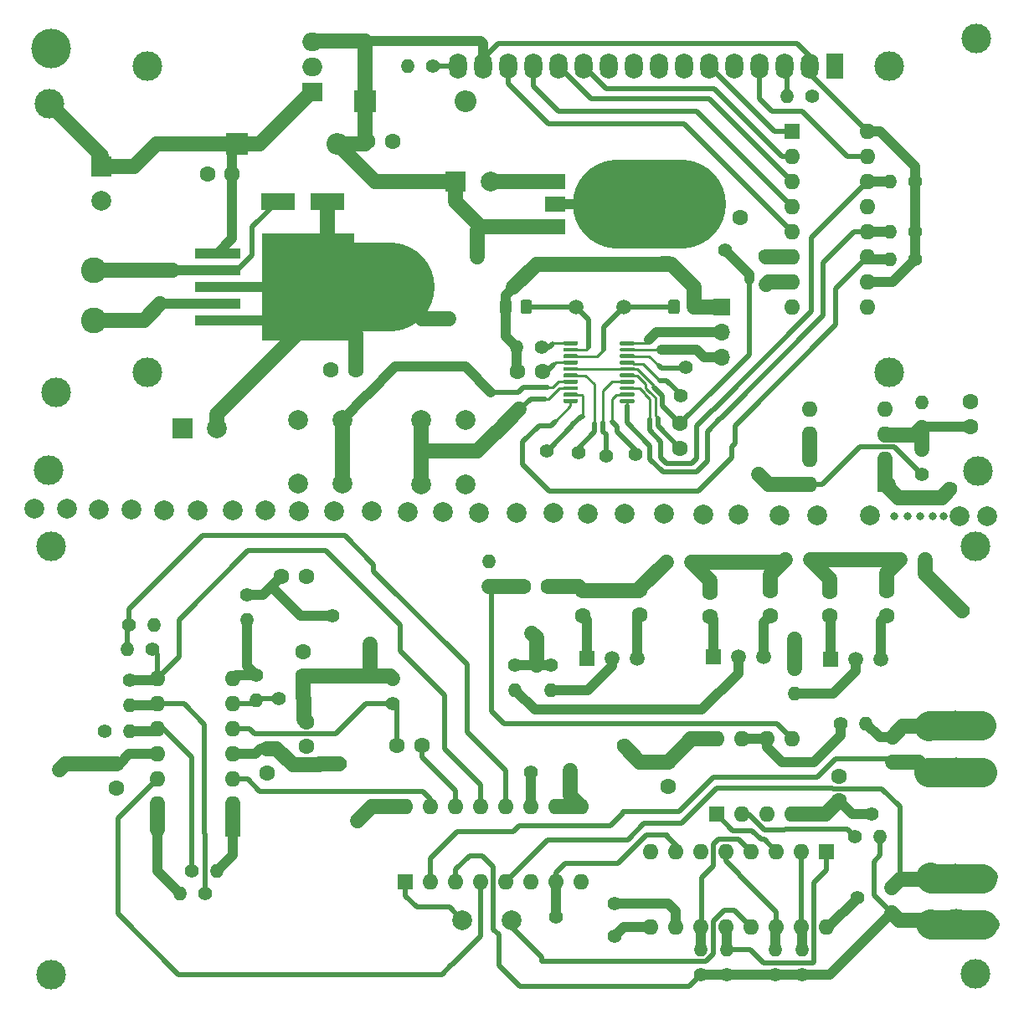
<source format=gbr>
%TF.GenerationSoftware,KiCad,Pcbnew,5.1.8-5.1.8*%
%TF.CreationDate,2021-08-29T21:24:45+08:00*%
%TF.ProjectId,lcr-1,6c63722d-312e-46b6-9963-61645f706362,rev?*%
%TF.SameCoordinates,Original*%
%TF.FileFunction,Copper,L1,Top*%
%TF.FilePolarity,Positive*%
%FSLAX46Y46*%
G04 Gerber Fmt 4.6, Leading zero omitted, Abs format (unit mm)*
G04 Created by KiCad (PCBNEW 5.1.8-5.1.8) date 2021-08-29 21:24:45*
%MOMM*%
%LPD*%
G01*
G04 APERTURE LIST*
%TA.AperFunction,ComponentPad*%
%ADD10R,2.000000X1.905000*%
%TD*%
%TA.AperFunction,ComponentPad*%
%ADD11O,2.000000X1.905000*%
%TD*%
%TA.AperFunction,ComponentPad*%
%ADD12C,1.400000*%
%TD*%
%TA.AperFunction,ComponentPad*%
%ADD13C,3.000000*%
%TD*%
%TA.AperFunction,ComponentPad*%
%ADD14O,1.800000X2.600000*%
%TD*%
%TA.AperFunction,ComponentPad*%
%ADD15R,1.800000X2.600000*%
%TD*%
%TA.AperFunction,ComponentPad*%
%ADD16O,1.400000X1.400000*%
%TD*%
%TA.AperFunction,ComponentPad*%
%ADD17C,1.600000*%
%TD*%
%TA.AperFunction,ComponentPad*%
%ADD18O,1.600000X1.600000*%
%TD*%
%TA.AperFunction,ComponentPad*%
%ADD19R,1.600000X1.600000*%
%TD*%
%TA.AperFunction,ComponentPad*%
%ADD20R,1.500000X1.500000*%
%TD*%
%TA.AperFunction,ComponentPad*%
%ADD21C,1.500000*%
%TD*%
%TA.AperFunction,SMDPad,CuDef*%
%ADD22R,2.000000X1.500000*%
%TD*%
%TA.AperFunction,SMDPad,CuDef*%
%ADD23R,2.000000X3.800000*%
%TD*%
%TA.AperFunction,SMDPad,CuDef*%
%ADD24R,9.400000X10.800000*%
%TD*%
%TA.AperFunction,SMDPad,CuDef*%
%ADD25R,4.600000X1.100000*%
%TD*%
%TA.AperFunction,ComponentPad*%
%ADD26C,2.000000*%
%TD*%
%TA.AperFunction,ComponentPad*%
%ADD27C,2.600000*%
%TD*%
%TA.AperFunction,ComponentPad*%
%ADD28O,1.700000X1.700000*%
%TD*%
%TA.AperFunction,ComponentPad*%
%ADD29R,1.700000X1.700000*%
%TD*%
%TA.AperFunction,ComponentPad*%
%ADD30O,2.200000X2.200000*%
%TD*%
%TA.AperFunction,ComponentPad*%
%ADD31R,2.200000X2.200000*%
%TD*%
%TA.AperFunction,SMDPad,CuDef*%
%ADD32R,3.500000X1.800000*%
%TD*%
%TA.AperFunction,ComponentPad*%
%ADD33R,2.000000X2.000000*%
%TD*%
%TA.AperFunction,ViaPad*%
%ADD34C,4.000000*%
%TD*%
%TA.AperFunction,ViaPad*%
%ADD35C,2.000000*%
%TD*%
%TA.AperFunction,ViaPad*%
%ADD36C,0.800000*%
%TD*%
%TA.AperFunction,ViaPad*%
%ADD37C,3.000000*%
%TD*%
%TA.AperFunction,Conductor*%
%ADD38C,0.500000*%
%TD*%
%TA.AperFunction,Conductor*%
%ADD39C,1.000000*%
%TD*%
%TA.AperFunction,Conductor*%
%ADD40C,1.500000*%
%TD*%
%TA.AperFunction,Conductor*%
%ADD41C,0.250000*%
%TD*%
%TA.AperFunction,Conductor*%
%ADD42C,9.000000*%
%TD*%
%TA.AperFunction,Conductor*%
%ADD43C,3.000000*%
%TD*%
G04 APERTURE END LIST*
D10*
%TO.P,U8,1*%
%TO.N,+9V*%
X120159780Y-67937380D03*
D11*
%TO.P,U8,2*%
%TO.N,GND*%
X120159780Y-65397380D03*
%TO.P,U8,3*%
%TO.N,+5V*%
X120159780Y-62857380D03*
%TD*%
D12*
%TO.P,J38,1*%
%TO.N,+3V3*%
X161838640Y-83908900D03*
%TD*%
%TO.P,J37,1*%
%TO.N,shai_jian*%
X166027100Y-87393780D03*
%TD*%
%TO.P,J36,1*%
%TO.N,shuai_jian1*%
X165925500Y-84548980D03*
%TD*%
%TO.P,J35,1*%
%TO.N,+3V3*%
X157855920Y-79768700D03*
%TD*%
%TO.P,J34,1*%
%TO.N,+5V*%
X136794240Y-84696300D03*
%TD*%
%TO.P,J33,1*%
%TO.N,-5V*%
X133954520Y-90840560D03*
%TD*%
D13*
%TO.P,J32,1*%
%TO.N,GND*%
X94200980Y-98298000D03*
%TD*%
%TO.P,J31,1*%
%TO.N,+9V*%
X93543120Y-69121020D03*
%TD*%
D12*
%TO.P,J30,1*%
%TO.N,PA0_ADC*%
X122130820Y-120886220D03*
%TD*%
%TO.P,J29,1*%
%TO.N,shai_jian*%
X168876980Y-123248420D03*
%TD*%
%TO.P,J28,1*%
%TO.N,shuai_jian1*%
X142288260Y-122593100D03*
%TD*%
%TO.P,J27,1*%
%TO.N,/1.65V*%
X184670700Y-108046520D03*
%TD*%
%TO.P,J26,1*%
%TO.N,/1.65V*%
X125948440Y-123789440D03*
%TD*%
%TO.P,J25,1*%
%TO.N,SPWM*%
X185897520Y-120456960D03*
%TD*%
%TO.P,J24,1*%
%TO.N,+3V3*%
X165232080Y-106596180D03*
%TD*%
%TO.P,J23,1*%
%TO.N,+5V*%
X122905520Y-135892540D03*
%TD*%
%TO.P,J22,1*%
%TO.N,-5V*%
X94561660Y-136512300D03*
%TD*%
%TO.P,J21,1*%
%TO.N,PB1_CD4053_B_C*%
X146207480Y-136629140D03*
%TD*%
%TO.P,J20,1*%
%TO.N,PA6_CD4052_B*%
X152775920Y-104548940D03*
%TD*%
%TO.P,J19,1*%
%TO.N,PA6_CD4052_B*%
X150715980Y-153344880D03*
%TD*%
%TO.P,J18,1*%
%TO.N,PA9_CD4052_A*%
X157413960Y-98668840D03*
%TD*%
%TO.P,J17,1*%
%TO.N,PA3_CD4053_A*%
X143850360Y-104267000D03*
%TD*%
%TO.P,J16,1*%
%TO.N,PA9_CD4052_A*%
X150677880Y-150040340D03*
%TD*%
%TO.P,J15,1*%
%TO.N,SPWM*%
X157858460Y-95785940D03*
%TD*%
%TO.P,J14,1*%
%TO.N,PA3_CD4053_A*%
X142229840Y-136718040D03*
%TD*%
%TO.P,J12,1*%
%TO.N,-5V*%
X144762220Y-151363680D03*
%TD*%
%TO.P,J10,1*%
%TO.N,+5V*%
X124655580Y-141747240D03*
%TD*%
%TO.P,J9,1*%
%TO.N,PA0_ADC*%
X147043140Y-104376220D03*
%TD*%
%TO.P,J8,1*%
%TO.N,+5V*%
X175201580Y-149458680D03*
%TD*%
%TO.P,J7,1*%
%TO.N,+5V*%
X151655780Y-134081520D03*
%TD*%
%TO.P,J6,1*%
%TO.N,PB1_CD4053_B_C*%
X149877780Y-104744520D03*
%TD*%
D13*
%TO.P,J5,1*%
%TO.N,/Lc*%
X185206640Y-152105360D03*
%TD*%
%TO.P,J4,1*%
%TO.N,/Lp*%
X185158380Y-147513040D03*
%TD*%
%TO.P,J3,1*%
%TO.N,/Hp*%
X185199020Y-136794240D03*
%TD*%
%TO.P,J2,1*%
%TO.N,/Hc*%
X185166000Y-132029200D03*
%TD*%
D12*
%TO.P,J1,1*%
%TO.N,-5V*%
X176695100Y-140987780D03*
%TD*%
D13*
%TO.P,DS1,*%
%TO.N,GND*%
X103474000Y-65278000D03*
X103474520Y-96278700D03*
X178473100Y-96278700D03*
X178473100Y-65278000D03*
D14*
%TO.P,DS1,16*%
%TO.N,Net-(DS1-Pad16)*%
X134874000Y-65278000D03*
%TO.P,DS1,15*%
%TO.N,+5V*%
X137414000Y-65278000D03*
%TO.P,DS1,14*%
%TO.N,Net-(DS1-Pad14)*%
X139954000Y-65278000D03*
%TO.P,DS1,13*%
%TO.N,Net-(DS1-Pad13)*%
X142494000Y-65278000D03*
%TO.P,DS1,12*%
%TO.N,Net-(DS1-Pad12)*%
X145034000Y-65278000D03*
%TO.P,DS1,11*%
%TO.N,Net-(DS1-Pad11)*%
X147574000Y-65278000D03*
%TO.P,DS1,10*%
%TO.N,N/C*%
X150114000Y-65278000D03*
%TO.P,DS1,9*%
X152654000Y-65278000D03*
%TO.P,DS1,8*%
X155194000Y-65278000D03*
%TO.P,DS1,7*%
X157734000Y-65278000D03*
%TO.P,DS1,6*%
%TO.N,Net-(DS1-Pad6)*%
X160274000Y-65278000D03*
%TO.P,DS1,5*%
%TO.N,GND*%
X162814000Y-65278000D03*
%TO.P,DS1,4*%
%TO.N,Net-(DS1-Pad4)*%
X165354000Y-65278000D03*
%TO.P,DS1,3*%
%TO.N,Net-(DS1-Pad3)*%
X167894000Y-65278000D03*
%TO.P,DS1,2*%
%TO.N,+5V*%
X170434000Y-65278000D03*
D15*
%TO.P,DS1,1*%
%TO.N,GND*%
X172974000Y-65278000D03*
%TD*%
D16*
%TO.P,R16,2*%
%TO.N,Net-(C10-Pad1)*%
X167939980Y-115255040D03*
D12*
%TO.P,R16,1*%
%TO.N,Net-(C12-Pad1)*%
X170479980Y-115255040D03*
%TD*%
D17*
%TO.P,C12,2*%
%TO.N,Net-(C12-Pad2)*%
X172415460Y-120947820D03*
%TO.P,C12,1*%
%TO.N,Net-(C12-Pad1)*%
X172415460Y-118447820D03*
%TD*%
D18*
%TO.P,U6,8*%
%TO.N,+3V3*%
X170393360Y-107635040D03*
%TO.P,U6,4*%
%TO.N,GND*%
X178013360Y-100015040D03*
%TO.P,U6,7*%
%TO.N,Net-(U6-Pad6)*%
X170393360Y-105095040D03*
%TO.P,U6,3*%
%TO.N,Net-(C13-Pad1)*%
X178013360Y-102555040D03*
%TO.P,U6,6*%
%TO.N,Net-(U6-Pad6)*%
X170393360Y-102555040D03*
%TO.P,U6,2*%
%TO.N,/1.65V*%
X178013360Y-105095040D03*
%TO.P,U6,5*%
%TO.N,N/C*%
X170393360Y-100015040D03*
D19*
%TO.P,U6,1*%
%TO.N,/1.65V*%
X178013360Y-107635040D03*
%TD*%
D18*
%TO.P,U5,14*%
%TO.N,Net-(R13-Pad2)*%
X104444800Y-142534640D03*
%TO.P,U5,7*%
%TO.N,Net-(R27-Pad1)*%
X112064800Y-127294640D03*
%TO.P,U5,13*%
%TO.N,Net-(R13-Pad2)*%
X104444800Y-139994640D03*
%TO.P,U5,6*%
%TO.N,Net-(R26-Pad1)*%
X112064800Y-129834640D03*
%TO.P,U5,12*%
%TO.N,Net-(U3-Pad4)*%
X104444800Y-137454640D03*
%TO.P,U5,5*%
%TO.N,Net-(C15-Pad1)*%
X112064800Y-132374640D03*
%TO.P,U5,11*%
%TO.N,-5V*%
X104444800Y-134914640D03*
%TO.P,U5,4*%
%TO.N,+5V*%
X112064800Y-134914640D03*
%TO.P,U5,10*%
%TO.N,Net-(R12-Pad1)*%
X104444800Y-132374640D03*
%TO.P,U5,3*%
%TO.N,Net-(U3-Pad15)*%
X112064800Y-137454640D03*
%TO.P,U5,9*%
%TO.N,Net-(R13-Pad1)*%
X104444800Y-129834640D03*
%TO.P,U5,2*%
%TO.N,Net-(R12-Pad2)*%
X112064800Y-139994640D03*
%TO.P,U5,8*%
%TO.N,Net-(R15-Pad1)*%
X104444800Y-127294640D03*
D19*
%TO.P,U5,1*%
%TO.N,Net-(R12-Pad2)*%
X112064800Y-142534640D03*
%TD*%
D18*
%TO.P,U1,8*%
%TO.N,+5V*%
X160981160Y-133410400D03*
%TO.P,U1,4*%
%TO.N,-5V*%
X168601160Y-141030400D03*
%TO.P,U1,7*%
%TO.N,Net-(R4-Pad1)*%
X163521160Y-133410400D03*
%TO.P,U1,3*%
%TO.N,GND*%
X166061160Y-141030400D03*
%TO.P,U1,6*%
%TO.N,Net-(R4-Pad1)*%
X166061160Y-133410400D03*
%TO.P,U1,2*%
%TO.N,Net-(R9-Pad1)*%
X163521160Y-141030400D03*
%TO.P,U1,5*%
%TO.N,Net-(C7-Pad2)*%
X168601160Y-133410400D03*
D19*
%TO.P,U1,1*%
%TO.N,Net-(U1-Pad1)*%
X160981160Y-141030400D03*
%TD*%
D16*
%TO.P,R33,2*%
%TO.N,Net-(DS1-Pad3)*%
X168148000Y-68326000D03*
D12*
%TO.P,R33,1*%
%TO.N,GND*%
X170688000Y-68326000D03*
%TD*%
D16*
%TO.P,R32,2*%
%TO.N,GND*%
X129794000Y-65278000D03*
D12*
%TO.P,R32,1*%
%TO.N,Net-(DS1-Pad16)*%
X132334000Y-65278000D03*
%TD*%
D16*
%TO.P,R31,2*%
%TO.N,/PA7_SPI1_MOSI_74HC595_14_SER*%
X178562000Y-76962000D03*
D12*
%TO.P,R31,1*%
%TO.N,+5V*%
X181102000Y-76962000D03*
%TD*%
%TO.P,R30,1*%
%TO.N,+5V*%
X181102000Y-84836000D03*
D16*
%TO.P,R30,2*%
%TO.N,/PA4_SPI1_NSS_74HC595_12_RCLK*%
X178562000Y-84836000D03*
%TD*%
%TO.P,R29,2*%
%TO.N,/PA5_SPI1_SCK_74HC595_11_SRCLK*%
X178562000Y-82042000D03*
D12*
%TO.P,R29,1*%
%TO.N,+5V*%
X181102000Y-82042000D03*
%TD*%
D16*
%TO.P,R28,2*%
%TO.N,Net-(R27-Pad1)*%
X113558320Y-121381520D03*
D12*
%TO.P,R28,1*%
%TO.N,PA0_ADC*%
X113558320Y-118841520D03*
%TD*%
D16*
%TO.P,R25,2*%
%TO.N,Net-(Q1-Pad2)*%
X144277340Y-128440180D03*
D12*
%TO.P,R25,1*%
%TO.N,shuai_jian1*%
X144277340Y-125900180D03*
%TD*%
D16*
%TO.P,R24,2*%
%TO.N,Net-(Q2-Pad2)*%
X140609580Y-128435100D03*
D12*
%TO.P,R24,1*%
%TO.N,shuai_jian1*%
X140609580Y-125895100D03*
%TD*%
D16*
%TO.P,R27,2*%
%TO.N,Net-(R26-Pad1)*%
X114477800Y-129458720D03*
D12*
%TO.P,R27,1*%
%TO.N,Net-(R27-Pad1)*%
X114477800Y-126918720D03*
%TD*%
D16*
%TO.P,R26,2*%
%TO.N,/1.65V*%
X119253000Y-129326640D03*
D12*
%TO.P,R26,1*%
%TO.N,Net-(R26-Pad1)*%
X116713000Y-129326640D03*
%TD*%
D16*
%TO.P,R22,2*%
%TO.N,/1.65V*%
X128254760Y-127259080D03*
D12*
%TO.P,R22,1*%
%TO.N,Net-(C15-Pad1)*%
X128254760Y-129799080D03*
%TD*%
D16*
%TO.P,R23,2*%
%TO.N,Net-(Q3-Pad2)*%
X168856920Y-128821180D03*
D12*
%TO.P,R23,1*%
%TO.N,shai_jian*%
X168856920Y-126281180D03*
%TD*%
D16*
%TO.P,R21,2*%
%TO.N,GND*%
X181797960Y-99314000D03*
D12*
%TO.P,R21,1*%
%TO.N,Net-(C13-Pad1)*%
X181797960Y-101854000D03*
%TD*%
D16*
%TO.P,R20,2*%
%TO.N,Net-(C13-Pad1)*%
X181747160Y-104079040D03*
D12*
%TO.P,R20,1*%
%TO.N,+3V3*%
X181747160Y-106619040D03*
%TD*%
D16*
%TO.P,R18,2*%
%TO.N,GND*%
X104124760Y-121828560D03*
D12*
%TO.P,R18,1*%
%TO.N,Net-(R17-Pad2)*%
X101584760Y-121828560D03*
%TD*%
D16*
%TO.P,R17,2*%
%TO.N,Net-(R17-Pad2)*%
X101427280Y-124338080D03*
D12*
%TO.P,R17,1*%
%TO.N,Net-(R15-Pad1)*%
X103967280Y-124338080D03*
%TD*%
D16*
%TO.P,R15,2*%
%TO.N,Net-(R13-Pad1)*%
X101630480Y-130022600D03*
D12*
%TO.P,R15,1*%
%TO.N,Net-(R15-Pad1)*%
X101630480Y-127482600D03*
%TD*%
D16*
%TO.P,R14,2*%
%TO.N,Net-(R12-Pad1)*%
X101630480Y-132648960D03*
D12*
%TO.P,R14,1*%
%TO.N,GND*%
X99090480Y-132648960D03*
%TD*%
D16*
%TO.P,R19,2*%
%TO.N,Net-(C12-Pad1)*%
X179570640Y-115224560D03*
D12*
%TO.P,R19,1*%
%TO.N,SPWM*%
X182110640Y-115224560D03*
%TD*%
D16*
%TO.P,R12,2*%
%TO.N,Net-(R12-Pad2)*%
X110467140Y-146758660D03*
D12*
%TO.P,R12,1*%
%TO.N,Net-(R12-Pad1)*%
X107927140Y-146758660D03*
%TD*%
D16*
%TO.P,R13,2*%
%TO.N,Net-(R13-Pad2)*%
X106710480Y-149026880D03*
D12*
%TO.P,R13,1*%
%TO.N,Net-(R13-Pad1)*%
X109250480Y-149026880D03*
%TD*%
D16*
%TO.P,R11,2*%
%TO.N,Net-(C7-Pad1)*%
X155925780Y-115488720D03*
D12*
%TO.P,R11,1*%
%TO.N,Net-(C10-Pad1)*%
X158465780Y-115488720D03*
%TD*%
D16*
%TO.P,R10,2*%
%TO.N,GND*%
X138000000Y-115460000D03*
D12*
%TO.P,R10,1*%
%TO.N,Net-(C7-Pad2)*%
X138000000Y-118000000D03*
%TD*%
D16*
%TO.P,R9,2*%
%TO.N,/Lc*%
X177561240Y-143319500D03*
D12*
%TO.P,R9,1*%
%TO.N,Net-(R9-Pad1)*%
X175021240Y-143319500D03*
%TD*%
D16*
%TO.P,R8,2*%
%TO.N,Net-(R8-Pad2)*%
X159385000Y-154716480D03*
D12*
%TO.P,R8,1*%
%TO.N,/Lc*%
X159385000Y-157256480D03*
%TD*%
D16*
%TO.P,R7,2*%
%TO.N,Net-(R7-Pad2)*%
X169656760Y-154675840D03*
D12*
%TO.P,R7,1*%
%TO.N,/Lc*%
X169656760Y-157215840D03*
%TD*%
D16*
%TO.P,R6,2*%
%TO.N,/Lc*%
X178704240Y-150977600D03*
D12*
%TO.P,R6,1*%
%TO.N,/Lp*%
X178704240Y-148437600D03*
%TD*%
D16*
%TO.P,R5,2*%
%TO.N,/Hp*%
X178762000Y-135756660D03*
D12*
%TO.P,R5,1*%
%TO.N,/Hc*%
X178762000Y-133216660D03*
%TD*%
D16*
%TO.P,R4,2*%
%TO.N,/Hc*%
X176093120Y-131820920D03*
D12*
%TO.P,R4,1*%
%TO.N,Net-(R4-Pad1)*%
X173553120Y-131820920D03*
%TD*%
D16*
%TO.P,R3,2*%
%TO.N,GND*%
X140776960Y-93751400D03*
D12*
%TO.P,R3,1*%
%TO.N,Net-(R3-Pad1)*%
X143316960Y-93751400D03*
%TD*%
D16*
%TO.P,R2,2*%
%TO.N,Net-(R2-Pad2)*%
X166984680Y-154675840D03*
D12*
%TO.P,R2,1*%
%TO.N,/Lc*%
X166984680Y-157215840D03*
%TD*%
D16*
%TO.P,R1,2*%
%TO.N,Net-(R1-Pad2)*%
X161996120Y-154716480D03*
D12*
%TO.P,R1,1*%
%TO.N,/Lc*%
X161996120Y-157256480D03*
%TD*%
D17*
%TO.P,C14,2*%
%TO.N,GND*%
X178191420Y-120902100D03*
%TO.P,C14,1*%
%TO.N,Net-(C12-Pad1)*%
X178191420Y-118402100D03*
%TD*%
%TO.P,C11,2*%
%TO.N,GND*%
X166436300Y-120919880D03*
%TO.P,C11,1*%
%TO.N,Net-(C10-Pad1)*%
X166436300Y-118419880D03*
%TD*%
%TO.P,C9,2*%
%TO.N,GND*%
X153243540Y-120841140D03*
%TO.P,C9,1*%
%TO.N,Net-(C7-Pad1)*%
X153243540Y-118341140D03*
%TD*%
D20*
%TO.P,Q2,1*%
%TO.N,Net-(C10-Pad2)*%
X160642560Y-125082300D03*
D21*
%TO.P,Q2,3*%
%TO.N,GND*%
X165722560Y-125082300D03*
%TO.P,Q2,2*%
%TO.N,Net-(Q2-Pad2)*%
X163182560Y-125082300D03*
%TD*%
D17*
%TO.P,C8,2*%
%TO.N,Net-(C8-Pad2)*%
X147462500Y-120919880D03*
%TO.P,C8,1*%
%TO.N,Net-(C7-Pad1)*%
X147462500Y-118419880D03*
%TD*%
%TO.P,C19,2*%
%TO.N,GND*%
X119496840Y-134148200D03*
%TO.P,C19,1*%
%TO.N,/1.65V*%
X119496840Y-131648200D03*
%TD*%
%TO.P,C13,2*%
%TO.N,GND*%
X186644280Y-99287960D03*
%TO.P,C13,1*%
%TO.N,Net-(C13-Pad1)*%
X186644280Y-101787960D03*
%TD*%
D21*
%TO.P,Y1,2*%
%TO.N,Net-(C1-Pad1)*%
X146758000Y-89662000D03*
%TO.P,Y1,1*%
%TO.N,Net-(C2-Pad2)*%
X151638000Y-89662000D03*
%TD*%
D18*
%TO.P,U7,16*%
%TO.N,+5V*%
X176276000Y-71882000D03*
%TO.P,U7,8*%
%TO.N,GND*%
X168656000Y-89662000D03*
%TO.P,U7,15*%
%TO.N,Net-(DS1-Pad4)*%
X176276000Y-74422000D03*
%TO.P,U7,7*%
%TO.N,shai_jian*%
X168656000Y-87122000D03*
%TO.P,U7,14*%
%TO.N,/PA7_SPI1_MOSI_74HC595_14_SER*%
X176276000Y-76962000D03*
%TO.P,U7,6*%
%TO.N,shuai_jian1*%
X168656000Y-84582000D03*
%TO.P,U7,13*%
%TO.N,GND*%
X176276000Y-79502000D03*
%TO.P,U7,5*%
%TO.N,Net-(DS1-Pad14)*%
X168656000Y-82042000D03*
%TO.P,U7,12*%
%TO.N,/PA5_SPI1_SCK_74HC595_11_SRCLK*%
X176276000Y-82042000D03*
%TO.P,U7,4*%
%TO.N,Net-(DS1-Pad13)*%
X168656000Y-79502000D03*
%TO.P,U7,11*%
%TO.N,/PA4_SPI1_NSS_74HC595_12_RCLK*%
X176276000Y-84582000D03*
%TO.P,U7,3*%
%TO.N,Net-(DS1-Pad12)*%
X168656000Y-76962000D03*
%TO.P,U7,10*%
%TO.N,+5V*%
X176276000Y-87122000D03*
%TO.P,U7,2*%
%TO.N,Net-(DS1-Pad11)*%
X168656000Y-74422000D03*
%TO.P,U7,9*%
%TO.N,N/C*%
X176276000Y-89662000D03*
D19*
%TO.P,U7,1*%
%TO.N,Net-(DS1-Pad6)*%
X168656000Y-71882000D03*
%TD*%
D18*
%TO.P,U4,16*%
%TO.N,+5V*%
X172110400Y-152405080D03*
%TO.P,U4,8*%
%TO.N,GND*%
X154330400Y-144785080D03*
%TO.P,U4,15*%
%TO.N,Net-(R7-Pad2)*%
X169570400Y-152405080D03*
%TO.P,U4,7*%
%TO.N,-5V*%
X156870400Y-144785080D03*
%TO.P,U4,14*%
%TO.N,Net-(R2-Pad2)*%
X167030400Y-152405080D03*
%TO.P,U4,6*%
%TO.N,GND*%
X159410400Y-144785080D03*
%TO.P,U4,13*%
%TO.N,Net-(U3-Pad1)*%
X164490400Y-152405080D03*
%TO.P,U4,5*%
%TO.N,Net-(R2-Pad2)*%
X161950400Y-144785080D03*
%TO.P,U4,12*%
%TO.N,Net-(R1-Pad2)*%
X161950400Y-152405080D03*
%TO.P,U4,4*%
%TO.N,Net-(R8-Pad2)*%
X164490400Y-144785080D03*
%TO.P,U4,11*%
X159410400Y-152405080D03*
%TO.P,U4,3*%
%TO.N,Net-(U1-Pad1)*%
X167030400Y-144785080D03*
%TO.P,U4,10*%
%TO.N,PA9_CD4052_A*%
X156870400Y-152405080D03*
%TO.P,U4,2*%
%TO.N,Net-(R7-Pad2)*%
X169570400Y-144785080D03*
%TO.P,U4,9*%
%TO.N,PA6_CD4052_B*%
X154330400Y-152405080D03*
D19*
%TO.P,U4,1*%
%TO.N,Net-(R1-Pad2)*%
X172110400Y-144785080D03*
%TD*%
D22*
%TO.P,U9,1*%
%TO.N,GND*%
X144678000Y-76948000D03*
%TO.P,U9,3*%
%TO.N,+5V*%
X144678000Y-81548000D03*
%TO.P,U9,2*%
%TO.N,+3V3*%
X144678000Y-79248000D03*
D23*
X150978000Y-79248000D03*
%TD*%
%TO.P,U2,20*%
%TO.N,/CLK*%
%TA.AperFunction,SMDPad,CuDef*%
G36*
G01*
X151223000Y-93441000D02*
X151223000Y-93241000D01*
G75*
G02*
X151323000Y-93141000I100000J0D01*
G01*
X152598000Y-93141000D01*
G75*
G02*
X152698000Y-93241000I0J-100000D01*
G01*
X152698000Y-93441000D01*
G75*
G02*
X152598000Y-93541000I-100000J0D01*
G01*
X151323000Y-93541000D01*
G75*
G02*
X151223000Y-93441000I0J100000D01*
G01*
G37*
%TD.AperFunction*%
%TO.P,U2,19*%
%TO.N,/DIO*%
%TA.AperFunction,SMDPad,CuDef*%
G36*
G01*
X151223000Y-94091000D02*
X151223000Y-93891000D01*
G75*
G02*
X151323000Y-93791000I100000J0D01*
G01*
X152598000Y-93791000D01*
G75*
G02*
X152698000Y-93891000I0J-100000D01*
G01*
X152698000Y-94091000D01*
G75*
G02*
X152598000Y-94191000I-100000J0D01*
G01*
X151323000Y-94191000D01*
G75*
G02*
X151223000Y-94091000I0J100000D01*
G01*
G37*
%TD.AperFunction*%
%TO.P,U2,18*%
%TO.N,SPWM*%
%TA.AperFunction,SMDPad,CuDef*%
G36*
G01*
X151223000Y-94741000D02*
X151223000Y-94541000D01*
G75*
G02*
X151323000Y-94441000I100000J0D01*
G01*
X152598000Y-94441000D01*
G75*
G02*
X152698000Y-94541000I0J-100000D01*
G01*
X152698000Y-94741000D01*
G75*
G02*
X152598000Y-94841000I-100000J0D01*
G01*
X151323000Y-94841000D01*
G75*
G02*
X151223000Y-94741000I0J100000D01*
G01*
G37*
%TD.AperFunction*%
%TO.P,U2,17*%
%TO.N,PA9_CD4052_A*%
%TA.AperFunction,SMDPad,CuDef*%
G36*
G01*
X151223000Y-95391000D02*
X151223000Y-95191000D01*
G75*
G02*
X151323000Y-95091000I100000J0D01*
G01*
X152598000Y-95091000D01*
G75*
G02*
X152698000Y-95191000I0J-100000D01*
G01*
X152698000Y-95391000D01*
G75*
G02*
X152598000Y-95491000I-100000J0D01*
G01*
X151323000Y-95491000D01*
G75*
G02*
X151223000Y-95391000I0J100000D01*
G01*
G37*
%TD.AperFunction*%
%TO.P,U2,16*%
%TO.N,+3V3*%
%TA.AperFunction,SMDPad,CuDef*%
G36*
G01*
X151223000Y-96041000D02*
X151223000Y-95841000D01*
G75*
G02*
X151323000Y-95741000I100000J0D01*
G01*
X152598000Y-95741000D01*
G75*
G02*
X152698000Y-95841000I0J-100000D01*
G01*
X152698000Y-96041000D01*
G75*
G02*
X152598000Y-96141000I-100000J0D01*
G01*
X151323000Y-96141000D01*
G75*
G02*
X151223000Y-96041000I0J100000D01*
G01*
G37*
%TD.AperFunction*%
%TO.P,U2,15*%
%TO.N,GND*%
%TA.AperFunction,SMDPad,CuDef*%
G36*
G01*
X151223000Y-96691000D02*
X151223000Y-96491000D01*
G75*
G02*
X151323000Y-96391000I100000J0D01*
G01*
X152598000Y-96391000D01*
G75*
G02*
X152698000Y-96491000I0J-100000D01*
G01*
X152698000Y-96691000D01*
G75*
G02*
X152598000Y-96791000I-100000J0D01*
G01*
X151323000Y-96791000D01*
G75*
G02*
X151223000Y-96691000I0J100000D01*
G01*
G37*
%TD.AperFunction*%
%TO.P,U2,14*%
%TO.N,PB1_CD4053_B_C*%
%TA.AperFunction,SMDPad,CuDef*%
G36*
G01*
X151223000Y-97341000D02*
X151223000Y-97141000D01*
G75*
G02*
X151323000Y-97041000I100000J0D01*
G01*
X152598000Y-97041000D01*
G75*
G02*
X152698000Y-97141000I0J-100000D01*
G01*
X152698000Y-97341000D01*
G75*
G02*
X152598000Y-97441000I-100000J0D01*
G01*
X151323000Y-97441000D01*
G75*
G02*
X151223000Y-97341000I0J100000D01*
G01*
G37*
%TD.AperFunction*%
%TO.P,U2,13*%
%TO.N,/PA7_SPI1_MOSI_74HC595_14_SER*%
%TA.AperFunction,SMDPad,CuDef*%
G36*
G01*
X151223000Y-97991000D02*
X151223000Y-97791000D01*
G75*
G02*
X151323000Y-97691000I100000J0D01*
G01*
X152598000Y-97691000D01*
G75*
G02*
X152698000Y-97791000I0J-100000D01*
G01*
X152698000Y-97991000D01*
G75*
G02*
X152598000Y-98091000I-100000J0D01*
G01*
X151323000Y-98091000D01*
G75*
G02*
X151223000Y-97991000I0J100000D01*
G01*
G37*
%TD.AperFunction*%
%TO.P,U2,12*%
%TO.N,PA6_CD4052_B*%
%TA.AperFunction,SMDPad,CuDef*%
G36*
G01*
X151223000Y-98641000D02*
X151223000Y-98441000D01*
G75*
G02*
X151323000Y-98341000I100000J0D01*
G01*
X152598000Y-98341000D01*
G75*
G02*
X152698000Y-98441000I0J-100000D01*
G01*
X152698000Y-98641000D01*
G75*
G02*
X152598000Y-98741000I-100000J0D01*
G01*
X151323000Y-98741000D01*
G75*
G02*
X151223000Y-98641000I0J100000D01*
G01*
G37*
%TD.AperFunction*%
%TO.P,U2,11*%
%TO.N,/PA5_SPI1_SCK_74HC595_11_SRCLK*%
%TA.AperFunction,SMDPad,CuDef*%
G36*
G01*
X151223000Y-99291000D02*
X151223000Y-99091000D01*
G75*
G02*
X151323000Y-98991000I100000J0D01*
G01*
X152598000Y-98991000D01*
G75*
G02*
X152698000Y-99091000I0J-100000D01*
G01*
X152698000Y-99291000D01*
G75*
G02*
X152598000Y-99391000I-100000J0D01*
G01*
X151323000Y-99391000D01*
G75*
G02*
X151223000Y-99291000I0J100000D01*
G01*
G37*
%TD.AperFunction*%
%TO.P,U2,10*%
%TO.N,/PA4_SPI1_NSS_74HC595_12_RCLK*%
%TA.AperFunction,SMDPad,CuDef*%
G36*
G01*
X145498000Y-99291000D02*
X145498000Y-99091000D01*
G75*
G02*
X145598000Y-98991000I100000J0D01*
G01*
X146873000Y-98991000D01*
G75*
G02*
X146973000Y-99091000I0J-100000D01*
G01*
X146973000Y-99291000D01*
G75*
G02*
X146873000Y-99391000I-100000J0D01*
G01*
X145598000Y-99391000D01*
G75*
G02*
X145498000Y-99291000I0J100000D01*
G01*
G37*
%TD.AperFunction*%
%TO.P,U2,9*%
%TO.N,PA3_CD4053_A*%
%TA.AperFunction,SMDPad,CuDef*%
G36*
G01*
X145498000Y-98641000D02*
X145498000Y-98441000D01*
G75*
G02*
X145598000Y-98341000I100000J0D01*
G01*
X146873000Y-98341000D01*
G75*
G02*
X146973000Y-98441000I0J-100000D01*
G01*
X146973000Y-98641000D01*
G75*
G02*
X146873000Y-98741000I-100000J0D01*
G01*
X145598000Y-98741000D01*
G75*
G02*
X145498000Y-98641000I0J100000D01*
G01*
G37*
%TD.AperFunction*%
%TO.P,U2,8*%
%TO.N,Net-(SW2-Pad1)*%
%TA.AperFunction,SMDPad,CuDef*%
G36*
G01*
X145498000Y-97991000D02*
X145498000Y-97791000D01*
G75*
G02*
X145598000Y-97691000I100000J0D01*
G01*
X146873000Y-97691000D01*
G75*
G02*
X146973000Y-97791000I0J-100000D01*
G01*
X146973000Y-97991000D01*
G75*
G02*
X146873000Y-98091000I-100000J0D01*
G01*
X145598000Y-98091000D01*
G75*
G02*
X145498000Y-97991000I0J100000D01*
G01*
G37*
%TD.AperFunction*%
%TO.P,U2,7*%
%TO.N,Net-(SW1-Pad1)*%
%TA.AperFunction,SMDPad,CuDef*%
G36*
G01*
X145498000Y-97341000D02*
X145498000Y-97141000D01*
G75*
G02*
X145598000Y-97041000I100000J0D01*
G01*
X146873000Y-97041000D01*
G75*
G02*
X146973000Y-97141000I0J-100000D01*
G01*
X146973000Y-97341000D01*
G75*
G02*
X146873000Y-97441000I-100000J0D01*
G01*
X145598000Y-97441000D01*
G75*
G02*
X145498000Y-97341000I0J100000D01*
G01*
G37*
%TD.AperFunction*%
%TO.P,U2,6*%
%TO.N,PA0_ADC*%
%TA.AperFunction,SMDPad,CuDef*%
G36*
G01*
X145498000Y-96691000D02*
X145498000Y-96491000D01*
G75*
G02*
X145598000Y-96391000I100000J0D01*
G01*
X146873000Y-96391000D01*
G75*
G02*
X146973000Y-96491000I0J-100000D01*
G01*
X146973000Y-96691000D01*
G75*
G02*
X146873000Y-96791000I-100000J0D01*
G01*
X145598000Y-96791000D01*
G75*
G02*
X145498000Y-96691000I0J100000D01*
G01*
G37*
%TD.AperFunction*%
%TO.P,U2,5*%
%TO.N,+3V3*%
%TA.AperFunction,SMDPad,CuDef*%
G36*
G01*
X145498000Y-96041000D02*
X145498000Y-95841000D01*
G75*
G02*
X145598000Y-95741000I100000J0D01*
G01*
X146873000Y-95741000D01*
G75*
G02*
X146973000Y-95841000I0J-100000D01*
G01*
X146973000Y-96041000D01*
G75*
G02*
X146873000Y-96141000I-100000J0D01*
G01*
X145598000Y-96141000D01*
G75*
G02*
X145498000Y-96041000I0J100000D01*
G01*
G37*
%TD.AperFunction*%
%TO.P,U2,4*%
%TO.N,Net-(C5-Pad1)*%
%TA.AperFunction,SMDPad,CuDef*%
G36*
G01*
X145498000Y-95391000D02*
X145498000Y-95191000D01*
G75*
G02*
X145598000Y-95091000I100000J0D01*
G01*
X146873000Y-95091000D01*
G75*
G02*
X146973000Y-95191000I0J-100000D01*
G01*
X146973000Y-95391000D01*
G75*
G02*
X146873000Y-95491000I-100000J0D01*
G01*
X145598000Y-95491000D01*
G75*
G02*
X145498000Y-95391000I0J100000D01*
G01*
G37*
%TD.AperFunction*%
%TO.P,U2,3*%
%TO.N,Net-(C2-Pad2)*%
%TA.AperFunction,SMDPad,CuDef*%
G36*
G01*
X145498000Y-94741000D02*
X145498000Y-94541000D01*
G75*
G02*
X145598000Y-94441000I100000J0D01*
G01*
X146873000Y-94441000D01*
G75*
G02*
X146973000Y-94541000I0J-100000D01*
G01*
X146973000Y-94741000D01*
G75*
G02*
X146873000Y-94841000I-100000J0D01*
G01*
X145598000Y-94841000D01*
G75*
G02*
X145498000Y-94741000I0J100000D01*
G01*
G37*
%TD.AperFunction*%
%TO.P,U2,2*%
%TO.N,Net-(C1-Pad1)*%
%TA.AperFunction,SMDPad,CuDef*%
G36*
G01*
X145498000Y-94091000D02*
X145498000Y-93891000D01*
G75*
G02*
X145598000Y-93791000I100000J0D01*
G01*
X146873000Y-93791000D01*
G75*
G02*
X146973000Y-93891000I0J-100000D01*
G01*
X146973000Y-94091000D01*
G75*
G02*
X146873000Y-94191000I-100000J0D01*
G01*
X145598000Y-94191000D01*
G75*
G02*
X145498000Y-94091000I0J100000D01*
G01*
G37*
%TD.AperFunction*%
%TO.P,U2,1*%
%TO.N,Net-(R3-Pad1)*%
%TA.AperFunction,SMDPad,CuDef*%
G36*
G01*
X145498000Y-93441000D02*
X145498000Y-93241000D01*
G75*
G02*
X145598000Y-93141000I100000J0D01*
G01*
X146873000Y-93141000D01*
G75*
G02*
X146973000Y-93241000I0J-100000D01*
G01*
X146973000Y-93441000D01*
G75*
G02*
X146873000Y-93541000I-100000J0D01*
G01*
X145598000Y-93541000D01*
G75*
G02*
X145498000Y-93441000I0J100000D01*
G01*
G37*
%TD.AperFunction*%
%TD*%
D18*
%TO.P,U3,16*%
%TO.N,+5V*%
X129514600Y-140238480D03*
%TO.P,U3,8*%
%TO.N,GND*%
X147294600Y-147858480D03*
%TO.P,U3,15*%
%TO.N,Net-(U3-Pad15)*%
X132054600Y-140238480D03*
%TO.P,U3,7*%
%TO.N,-5V*%
X144754600Y-147858480D03*
%TO.P,U3,14*%
%TO.N,Net-(C15-Pad2)*%
X134594600Y-140238480D03*
%TO.P,U3,6*%
%TO.N,GND*%
X142214600Y-147858480D03*
%TO.P,U3,13*%
%TO.N,Net-(R15-Pad1)*%
X137134600Y-140238480D03*
%TO.P,U3,5*%
%TO.N,/Lp*%
X139674600Y-147858480D03*
%TO.P,U3,12*%
%TO.N,Net-(R17-Pad2)*%
X139674600Y-140238480D03*
%TO.P,U3,4*%
%TO.N,Net-(U3-Pad4)*%
X137134600Y-147858480D03*
%TO.P,U3,11*%
%TO.N,PA3_CD4053_A*%
X142214600Y-140238480D03*
%TO.P,U3,3*%
%TO.N,/Lc*%
X134594600Y-147858480D03*
%TO.P,U3,10*%
%TO.N,PB1_CD4053_B_C*%
X144754600Y-140238480D03*
%TO.P,U3,2*%
%TO.N,/Hp*%
X132054600Y-147858480D03*
%TO.P,U3,9*%
%TO.N,PB1_CD4053_B_C*%
X147294600Y-140238480D03*
D19*
%TO.P,U3,1*%
%TO.N,Net-(U3-Pad1)*%
X129514600Y-147858480D03*
%TD*%
D24*
%TO.P,U10,3*%
%TO.N,-5V*%
X119707000Y-87630000D03*
D25*
%TO.P,U10,5*%
X110557000Y-91030000D03*
%TO.P,U10,4*%
%TO.N,GND*%
X110557000Y-89330000D03*
%TO.P,U10,3*%
%TO.N,-5V*%
X110557000Y-87630000D03*
%TO.P,U10,2*%
%TO.N,Net-(D2-Pad1)*%
X110557000Y-85930000D03*
%TO.P,U10,1*%
%TO.N,+9V*%
X110557000Y-84230000D03*
%TD*%
D26*
%TO.P,SW2,1*%
%TO.N,Net-(SW2-Pad1)*%
X131150360Y-107602160D03*
%TO.P,SW2,2*%
%TO.N,GND*%
X135650360Y-107602160D03*
%TO.P,SW2,1*%
%TO.N,Net-(SW2-Pad1)*%
X131150360Y-101102160D03*
%TO.P,SW2,2*%
%TO.N,GND*%
X135650360Y-101102160D03*
%TD*%
%TO.P,SW1,1*%
%TO.N,Net-(SW1-Pad1)*%
X123149360Y-101074080D03*
%TO.P,SW1,2*%
%TO.N,GND*%
X118649360Y-101074080D03*
%TO.P,SW1,1*%
%TO.N,Net-(SW1-Pad1)*%
X123149360Y-107574080D03*
%TO.P,SW1,2*%
%TO.N,GND*%
X118649360Y-107574080D03*
%TD*%
D20*
%TO.P,Q3,1*%
%TO.N,Net-(C12-Pad2)*%
X172567860Y-125318520D03*
D21*
%TO.P,Q3,3*%
%TO.N,GND*%
X177647860Y-125318520D03*
%TO.P,Q3,2*%
%TO.N,Net-(Q3-Pad2)*%
X175107860Y-125318520D03*
%TD*%
D20*
%TO.P,Q1,1*%
%TO.N,Net-(C8-Pad2)*%
X147896840Y-125239780D03*
D21*
%TO.P,Q1,3*%
%TO.N,GND*%
X152976840Y-125239780D03*
%TO.P,Q1,2*%
%TO.N,Net-(Q1-Pad2)*%
X150436840Y-125239780D03*
%TD*%
D27*
%TO.P,L1,2*%
%TO.N,Net-(D2-Pad1)*%
X98000000Y-86000000D03*
%TO.P,L1,1*%
%TO.N,GND*%
X98000000Y-91000000D03*
%TD*%
D28*
%TO.P,J11,3*%
%TO.N,/DIO*%
X161544000Y-94742000D03*
%TO.P,J11,2*%
%TO.N,/CLK*%
X161544000Y-92202000D03*
D29*
%TO.P,J11,1*%
%TO.N,GND*%
X161544000Y-89662000D03*
%TD*%
D30*
%TO.P,D3,2*%
%TO.N,GND*%
X135636000Y-68834000D03*
D31*
%TO.P,D3,1*%
%TO.N,+5V*%
X125476000Y-68834000D03*
%TD*%
D30*
%TO.P,D1,2*%
%TO.N,+5V*%
X122682000Y-73152000D03*
D31*
%TO.P,D1,1*%
%TO.N,+9V*%
X112522000Y-73152000D03*
%TD*%
D32*
%TO.P,D2,2*%
%TO.N,-5V*%
X121626000Y-78994000D03*
%TO.P,D2,1*%
%TO.N,Net-(D2-Pad1)*%
X116626000Y-78994000D03*
%TD*%
D17*
%TO.P,C18,2*%
%TO.N,GND*%
X119151400Y-124535560D03*
%TO.P,C18,1*%
%TO.N,/1.65V*%
X119151400Y-127035560D03*
%TD*%
%TO.P,C25,2*%
%TO.N,GND*%
X163358200Y-80665320D03*
%TO.P,C25,1*%
%TO.N,+3V3*%
X160858200Y-80665320D03*
%TD*%
%TO.P,C20,2*%
%TO.N,GND*%
X119502560Y-116951760D03*
%TO.P,C20,1*%
%TO.N,PA0_ADC*%
X117002560Y-116951760D03*
%TD*%
%TO.P,C17,2*%
%TO.N,-5V*%
X100279200Y-135904600D03*
%TO.P,C17,1*%
%TO.N,GND*%
X100279200Y-138404600D03*
%TD*%
%TO.P,C16,2*%
%TO.N,+5V*%
X115590320Y-134367900D03*
%TO.P,C16,1*%
%TO.N,GND*%
X115590320Y-136867900D03*
%TD*%
%TO.P,C15,2*%
%TO.N,Net-(C15-Pad2)*%
X131206880Y-134086600D03*
%TO.P,C15,1*%
%TO.N,Net-(C15-Pad1)*%
X128706880Y-134086600D03*
%TD*%
%TO.P,C28,2*%
%TO.N,GND*%
%TA.AperFunction,SMDPad,CuDef*%
G36*
G01*
X155379400Y-84549400D02*
X156329400Y-84549400D01*
G75*
G02*
X156579400Y-84799400I0J-250000D01*
G01*
X156579400Y-85474400D01*
G75*
G02*
X156329400Y-85724400I-250000J0D01*
G01*
X155379400Y-85724400D01*
G75*
G02*
X155129400Y-85474400I0J250000D01*
G01*
X155129400Y-84799400D01*
G75*
G02*
X155379400Y-84549400I250000J0D01*
G01*
G37*
%TD.AperFunction*%
%TO.P,C28,1*%
%TO.N,+3V3*%
%TA.AperFunction,SMDPad,CuDef*%
G36*
G01*
X155379400Y-82474400D02*
X156329400Y-82474400D01*
G75*
G02*
X156579400Y-82724400I0J-250000D01*
G01*
X156579400Y-83399400D01*
G75*
G02*
X156329400Y-83649400I-250000J0D01*
G01*
X155379400Y-83649400D01*
G75*
G02*
X155129400Y-83399400I0J250000D01*
G01*
X155129400Y-82724400D01*
G75*
G02*
X155379400Y-82474400I250000J0D01*
G01*
G37*
%TD.AperFunction*%
%TD*%
%TO.P,C5,2*%
%TO.N,GND*%
X140873480Y-96205040D03*
%TO.P,C5,1*%
%TO.N,Net-(C5-Pad1)*%
X143373480Y-96205040D03*
%TD*%
%TO.P,C10,2*%
%TO.N,Net-(C10-Pad2)*%
X160365700Y-121024020D03*
%TO.P,C10,1*%
%TO.N,Net-(C10-Pad1)*%
X160365700Y-118524020D03*
%TD*%
%TO.P,C2,2*%
%TO.N,Net-(C2-Pad2)*%
%TA.AperFunction,SMDPad,CuDef*%
G36*
G01*
X157284000Y-89187000D02*
X157284000Y-90137000D01*
G75*
G02*
X157034000Y-90387000I-250000J0D01*
G01*
X156359000Y-90387000D01*
G75*
G02*
X156109000Y-90137000I0J250000D01*
G01*
X156109000Y-89187000D01*
G75*
G02*
X156359000Y-88937000I250000J0D01*
G01*
X157034000Y-88937000D01*
G75*
G02*
X157284000Y-89187000I0J-250000D01*
G01*
G37*
%TD.AperFunction*%
%TO.P,C2,1*%
%TO.N,GND*%
%TA.AperFunction,SMDPad,CuDef*%
G36*
G01*
X159359000Y-89187000D02*
X159359000Y-90137000D01*
G75*
G02*
X159109000Y-90387000I-250000J0D01*
G01*
X158434000Y-90387000D01*
G75*
G02*
X158184000Y-90137000I0J250000D01*
G01*
X158184000Y-89187000D01*
G75*
G02*
X158434000Y-88937000I250000J0D01*
G01*
X159109000Y-88937000D01*
G75*
G02*
X159359000Y-89187000I0J-250000D01*
G01*
G37*
%TD.AperFunction*%
%TD*%
%TO.P,C1,2*%
%TO.N,GND*%
%TA.AperFunction,SMDPad,CuDef*%
G36*
G01*
X140266000Y-89187000D02*
X140266000Y-90137000D01*
G75*
G02*
X140016000Y-90387000I-250000J0D01*
G01*
X139341000Y-90387000D01*
G75*
G02*
X139091000Y-90137000I0J250000D01*
G01*
X139091000Y-89187000D01*
G75*
G02*
X139341000Y-88937000I250000J0D01*
G01*
X140016000Y-88937000D01*
G75*
G02*
X140266000Y-89187000I0J-250000D01*
G01*
G37*
%TD.AperFunction*%
%TO.P,C1,1*%
%TO.N,Net-(C1-Pad1)*%
%TA.AperFunction,SMDPad,CuDef*%
G36*
G01*
X142341000Y-89187000D02*
X142341000Y-90137000D01*
G75*
G02*
X142091000Y-90387000I-250000J0D01*
G01*
X141416000Y-90387000D01*
G75*
G02*
X141166000Y-90137000I0J250000D01*
G01*
X141166000Y-89187000D01*
G75*
G02*
X141416000Y-88937000I250000J0D01*
G01*
X142091000Y-88937000D01*
G75*
G02*
X142341000Y-89187000I0J-250000D01*
G01*
G37*
%TD.AperFunction*%
%TD*%
D26*
%TO.P,C27,2*%
%TO.N,-5V*%
X110500000Y-102000000D03*
D33*
%TO.P,C27,1*%
%TO.N,GND*%
X107000000Y-102000000D03*
%TD*%
D26*
%TO.P,C26,2*%
%TO.N,GND*%
X138120000Y-76962000D03*
D33*
%TO.P,C26,1*%
%TO.N,+5V*%
X134620000Y-76962000D03*
%TD*%
D17*
%TO.P,C24,2*%
%TO.N,-5V*%
X124500000Y-96000000D03*
%TO.P,C24,1*%
%TO.N,GND*%
X122000000Y-96000000D03*
%TD*%
%TO.P,C23,2*%
%TO.N,GND*%
X128230000Y-72898000D03*
%TO.P,C23,1*%
%TO.N,+5V*%
X125730000Y-72898000D03*
%TD*%
D26*
%TO.P,C22,2*%
%TO.N,GND*%
X98806000Y-78938000D03*
D33*
%TO.P,C22,1*%
%TO.N,+9V*%
X98806000Y-75438000D03*
%TD*%
D17*
%TO.P,C21,2*%
%TO.N,GND*%
X109514000Y-76200000D03*
%TO.P,C21,1*%
%TO.N,+9V*%
X112014000Y-76200000D03*
%TD*%
%TO.P,C6,2*%
%TO.N,+3V3*%
X157332680Y-101462200D03*
%TO.P,C6,1*%
%TO.N,GND*%
X157332680Y-103962200D03*
%TD*%
%TO.P,C7,2*%
%TO.N,Net-(C7-Pad2)*%
X141500000Y-118000000D03*
%TO.P,C7,1*%
%TO.N,Net-(C7-Pad1)*%
X144000000Y-118000000D03*
%TD*%
%TO.P,C4,2*%
%TO.N,-5V*%
X173385480Y-139665080D03*
%TO.P,C4,1*%
%TO.N,GND*%
X173385480Y-137165080D03*
%TD*%
%TO.P,C3,2*%
%TO.N,+5V*%
X156128720Y-135706480D03*
%TO.P,C3,1*%
%TO.N,GND*%
X156128720Y-138206480D03*
%TD*%
D34*
%TO.N,GND*%
X93726000Y-63500000D03*
D35*
X92008960Y-110093760D03*
X95290640Y-110124240D03*
X98501200Y-110144560D03*
X101848920Y-110164880D03*
X105115360Y-110220760D03*
X108518960Y-110230920D03*
X112069880Y-110261400D03*
X115402360Y-110271560D03*
X118780560Y-110352840D03*
X122326400Y-110327440D03*
X126121160Y-110383320D03*
X129809240Y-110408720D03*
X133334760Y-110423960D03*
X136966960Y-110484920D03*
X140776960Y-110510320D03*
X144505680Y-110525560D03*
X147970240Y-110556040D03*
X151739600Y-110601760D03*
X155717240Y-110617000D03*
X159659320Y-110672880D03*
X163240720Y-110688120D03*
X167370760Y-110728760D03*
X171160440Y-110754160D03*
X176509680Y-110754160D03*
X185536840Y-110876080D03*
X188396880Y-110845600D03*
D36*
X178998880Y-110810040D03*
X180334920Y-110825280D03*
X181559200Y-110845600D03*
X182839360Y-110855760D03*
X183941720Y-110865920D03*
D37*
X187269120Y-62514480D03*
X187167520Y-113893600D03*
X187172600Y-157185360D03*
X187462160Y-106258360D03*
X93705680Y-157281880D03*
X93705680Y-113888520D03*
X93451680Y-106197400D03*
D35*
%TO.N,Net-(U3-Pad1)*%
X140289280Y-151714200D03*
X135300720Y-151714200D03*
%TD*%
D38*
%TO.N,+5V*%
X170434000Y-66040000D02*
X176276000Y-71882000D01*
X170434000Y-65278000D02*
X170434000Y-66040000D01*
X137414000Y-65278000D02*
X137414000Y-64516000D01*
X137414000Y-64516000D02*
X138938000Y-62992000D01*
X138938000Y-62992000D02*
X169164000Y-62992000D01*
X170434000Y-64262000D02*
X170434000Y-65278000D01*
X169164000Y-62992000D02*
X170434000Y-64262000D01*
D39*
X176276000Y-71882000D02*
X177546000Y-71882000D01*
X181102000Y-75438000D02*
X181102000Y-76962000D01*
X177546000Y-71882000D02*
X181102000Y-75438000D01*
X181102000Y-76962000D02*
X181102000Y-84836000D01*
X178816000Y-87122000D02*
X181102000Y-84836000D01*
X176276000Y-87122000D02*
X178816000Y-87122000D01*
X137414000Y-62978000D02*
X137414000Y-65278000D01*
X137174000Y-62738000D02*
X137414000Y-62978000D01*
D40*
X125476000Y-68834000D02*
X125476000Y-62738000D01*
D39*
X125476000Y-62738000D02*
X137174000Y-62738000D01*
D40*
X125476000Y-62738000D02*
X120142000Y-62738000D01*
X125476000Y-72644000D02*
X125730000Y-72898000D01*
X125476000Y-68834000D02*
X125476000Y-72644000D01*
X125476000Y-73152000D02*
X125730000Y-72898000D01*
X122682000Y-73152000D02*
X125476000Y-73152000D01*
X126492000Y-76962000D02*
X122682000Y-73152000D01*
X134620000Y-76962000D02*
X126492000Y-76962000D01*
X144678000Y-81548000D02*
X137174000Y-81548000D01*
X134620000Y-78994000D02*
X134620000Y-76962000D01*
X137174000Y-81548000D02*
X134620000Y-78994000D01*
X158424800Y-133410400D02*
X157977520Y-133857680D01*
X160981160Y-133410400D02*
X158424800Y-133410400D01*
X157977520Y-133857680D02*
X156128720Y-135706480D01*
X153268040Y-135706480D02*
X151683720Y-134122160D01*
X156128720Y-135706480D02*
X153268040Y-135706480D01*
X136794240Y-81927760D02*
X137174000Y-81548000D01*
X136794240Y-84632800D02*
X136794240Y-81927760D01*
D39*
X172206920Y-152516840D02*
X175300640Y-149423120D01*
X115590320Y-134367900D02*
X114900080Y-134367900D01*
X114353340Y-134914640D02*
X112064800Y-134914640D01*
X114900080Y-134367900D02*
X114353340Y-134914640D01*
D38*
X154673940Y-135706480D02*
X156128720Y-135706480D01*
D40*
X126138940Y-140238480D02*
X124678440Y-141698980D01*
X129514600Y-140238480D02*
X126138940Y-140238480D01*
X122842020Y-135935720D02*
X120893840Y-135935720D01*
X120893840Y-135935720D02*
X120804940Y-136024620D01*
X120804940Y-136024620D02*
X118155720Y-136024620D01*
X116499000Y-134367900D02*
X115590320Y-134367900D01*
X118155720Y-136024620D02*
X116499000Y-134367900D01*
%TO.N,GND*%
X144664000Y-76962000D02*
X144678000Y-76948000D01*
X138120000Y-76962000D02*
X144664000Y-76962000D01*
X158771500Y-88937000D02*
X158750000Y-88915500D01*
X158771500Y-89662000D02*
X158771500Y-88937000D01*
X158750000Y-88915500D02*
X158750000Y-87630000D01*
X158750000Y-87630000D02*
X156464000Y-85344000D01*
X161544000Y-89662000D02*
X158771500Y-89662000D01*
D39*
X139678500Y-92652940D02*
X140776960Y-93751400D01*
X139678500Y-89662000D02*
X139678500Y-92652940D01*
X140776960Y-96108520D02*
X140873480Y-96205040D01*
X140776960Y-93751400D02*
X140776960Y-96108520D01*
D41*
X151960500Y-96591000D02*
X152918280Y-96591000D01*
X152918280Y-96591000D02*
X152938360Y-96591000D01*
X152938360Y-96591000D02*
X153827480Y-97480120D01*
X153827480Y-97480120D02*
X153827480Y-97861120D01*
X153827480Y-97861120D02*
X154183080Y-98216720D01*
X154183080Y-98216720D02*
X154183080Y-98226880D01*
X154183080Y-98226880D02*
X154797760Y-98841560D01*
X154797760Y-98841560D02*
X154797760Y-100670360D01*
X154797760Y-100670360D02*
X155067000Y-100939600D01*
D38*
X155067000Y-101696520D02*
X155067000Y-100939600D01*
X157332680Y-103962200D02*
X155067000Y-101696520D01*
D40*
X156464000Y-85344000D02*
X142824200Y-85344000D01*
X142824200Y-85344000D02*
X140477240Y-87690960D01*
D39*
X139678500Y-88489700D02*
X140477240Y-87690960D01*
X139678500Y-89662000D02*
X139678500Y-88489700D01*
X110557000Y-89330000D02*
X104742720Y-89330000D01*
D40*
X103072720Y-91000000D02*
X104742720Y-89330000D01*
X98000000Y-91000000D02*
X103072720Y-91000000D01*
D39*
X152976840Y-121107840D02*
X153243540Y-120841140D01*
X152976840Y-125239780D02*
X152976840Y-121107840D01*
X165722560Y-121633620D02*
X166436300Y-120919880D01*
X165722560Y-125082300D02*
X165722560Y-121633620D01*
X177647860Y-121445660D02*
X178191420Y-120902100D01*
X177647860Y-125318520D02*
X177647860Y-121445660D01*
D40*
%TO.N,-5V*%
X121626000Y-85711000D02*
X119707000Y-87630000D01*
X121626000Y-78994000D02*
X121626000Y-85711000D01*
D39*
X116307000Y-91030000D02*
X119707000Y-87630000D01*
X110557000Y-91030000D02*
X116307000Y-91030000D01*
X110557000Y-87630000D02*
X119707000Y-87630000D01*
D40*
X117546000Y-89791000D02*
X119707000Y-87630000D01*
X124206000Y-92129000D02*
X119707000Y-87630000D01*
D42*
X119707000Y-87630000D02*
X128016000Y-87630000D01*
X128016000Y-87630000D02*
X128016000Y-87630000D01*
D40*
X128016000Y-87630000D02*
X129758440Y-87630000D01*
X129758440Y-87630000D02*
X130233420Y-88104980D01*
X110500000Y-102000000D02*
X110500000Y-100500000D01*
X119707000Y-91293000D02*
X119707000Y-87630000D01*
X110500000Y-100500000D02*
X119707000Y-91293000D01*
X124500000Y-92423000D02*
X119707000Y-87630000D01*
X124500000Y-96000000D02*
X124500000Y-92423000D01*
X172020160Y-141030400D02*
X173385480Y-139665080D01*
X168601160Y-141030400D02*
X171394680Y-141030400D01*
X171394680Y-141030400D02*
X172020160Y-141030400D01*
X131226560Y-90840560D02*
X128016000Y-87630000D01*
X133929120Y-90840560D02*
X131226560Y-90840560D01*
D38*
X153873200Y-143103600D02*
X150992840Y-145983960D01*
X150992840Y-145983960D02*
X145729960Y-145983960D01*
X144754600Y-146959320D02*
X144754600Y-147858480D01*
X145729960Y-145983960D02*
X144754600Y-146959320D01*
D39*
X144754600Y-151404320D02*
X144866360Y-151516080D01*
X144754600Y-147858480D02*
X144754600Y-151404320D01*
X100279200Y-135904600D02*
X100627820Y-135904600D01*
X101617780Y-134914640D02*
X104444800Y-134914640D01*
X100627820Y-135904600D02*
X101617780Y-134914640D01*
D40*
X95151580Y-135904600D02*
X94589600Y-136466580D01*
X100279200Y-135904600D02*
X95151580Y-135904600D01*
D38*
X156870400Y-144785080D02*
X156870400Y-144063720D01*
X155508960Y-143103600D02*
X155864560Y-143103600D01*
X155991560Y-143103600D02*
X155508960Y-143103600D01*
X155508960Y-143103600D02*
X153873200Y-143103600D01*
X156870400Y-144109440D02*
X156870400Y-144785080D01*
X155864560Y-143103600D02*
X156870400Y-144109440D01*
D39*
X174708180Y-140987780D02*
X173385480Y-139665080D01*
X176695100Y-140987780D02*
X174708180Y-140987780D01*
D42*
%TO.N,+3V3*%
X150978000Y-79248000D02*
X157480000Y-79248000D01*
X157480000Y-79248000D02*
X157480000Y-79248000D01*
D41*
X146235500Y-95941000D02*
X151960500Y-95941000D01*
D38*
X157332680Y-101462200D02*
X155544520Y-99674040D01*
X155544520Y-99674040D02*
X155544520Y-98679000D01*
X155544520Y-98679000D02*
X154655520Y-97790000D01*
D41*
X151960500Y-95941000D02*
X152989400Y-95941000D01*
X154655520Y-97607120D02*
X154655520Y-97790000D01*
X152989400Y-95941000D02*
X154655520Y-97607120D01*
D38*
X157332680Y-101462200D02*
X161172520Y-97622360D01*
X161172520Y-97622360D02*
X161178240Y-97622360D01*
X157480000Y-80091280D02*
X157480000Y-79248000D01*
X161178240Y-97622360D02*
X164312600Y-94488000D01*
X164312600Y-94488000D02*
X164312600Y-86923880D01*
D39*
X164312600Y-86923880D02*
X164312600Y-86857840D01*
X164312600Y-86380320D02*
X161792920Y-83860640D01*
X164312600Y-86923880D02*
X164312600Y-86380320D01*
D40*
X166243000Y-107635040D02*
X165262560Y-106654600D01*
X170393360Y-107635040D02*
X166243000Y-107635040D01*
D38*
X178973159Y-103845039D02*
X175468601Y-103845039D01*
X181747160Y-106619040D02*
X178973159Y-103845039D01*
X171678600Y-107635040D02*
X170393360Y-107635040D01*
X175468601Y-103845039D02*
X171678600Y-107635040D01*
D39*
X144678000Y-79248000D02*
X150978000Y-79248000D01*
%TO.N,+9V*%
X120142000Y-67818000D02*
X120142000Y-68326000D01*
X112014000Y-73660000D02*
X112522000Y-73152000D01*
X112014000Y-76200000D02*
X112014000Y-73660000D01*
D40*
X98806000Y-75438000D02*
X98552000Y-75438000D01*
X98806000Y-75438000D02*
X102108000Y-75438000D01*
X104394000Y-73152000D02*
X112522000Y-73152000D01*
X102108000Y-75438000D02*
X104394000Y-73152000D01*
X114808000Y-73152000D02*
X120142000Y-67818000D01*
X112522000Y-73152000D02*
X114808000Y-73152000D01*
D39*
X112014000Y-82773000D02*
X110557000Y-84230000D01*
X112014000Y-76200000D02*
X112014000Y-82773000D01*
D40*
X98806000Y-74383900D02*
X93543120Y-69121020D01*
X98806000Y-75438000D02*
X98806000Y-74383900D01*
%TO.N,/1.65V*%
X178013360Y-107635040D02*
X178353720Y-107635040D01*
X178013360Y-107635040D02*
X178013360Y-105095040D01*
X184597040Y-108173520D02*
X183794400Y-108976160D01*
X179354480Y-108976160D02*
X178013360Y-107635040D01*
X183794400Y-108976160D02*
X179354480Y-108976160D01*
X128031240Y-127035560D02*
X128254760Y-127259080D01*
X119151400Y-129225040D02*
X119253000Y-129326640D01*
X119151400Y-127035560D02*
X119151400Y-129225040D01*
X119253000Y-131404360D02*
X119496840Y-131648200D01*
X119253000Y-129326640D02*
X119253000Y-131404360D01*
X125948440Y-126573280D02*
X125486160Y-127035560D01*
X125948440Y-123789440D02*
X125948440Y-126573280D01*
X125486160Y-127035560D02*
X128031240Y-127035560D01*
X119151400Y-127035560D02*
X125486160Y-127035560D01*
D38*
%TO.N,Net-(DS1-Pad16)*%
X132334000Y-65278000D02*
X134874000Y-65278000D01*
%TO.N,Net-(DS1-Pad14)*%
X139954000Y-67078000D02*
X143996000Y-71120000D01*
X139954000Y-65278000D02*
X139954000Y-67078000D01*
X143996000Y-71120000D02*
X157734000Y-71120000D01*
X157734000Y-71120000D02*
X168656000Y-82042000D01*
%TO.N,Net-(DS1-Pad13)*%
X168656000Y-79502000D02*
X159004000Y-69850000D01*
X159004000Y-69850000D02*
X145034000Y-69850000D01*
X142494000Y-67310000D02*
X142494000Y-65278000D01*
X145034000Y-69850000D02*
X142494000Y-67310000D01*
%TO.N,Net-(DS1-Pad12)*%
X148336000Y-68580000D02*
X145034000Y-65278000D01*
X160274000Y-68580000D02*
X148336000Y-68580000D01*
X168656000Y-76962000D02*
X160274000Y-68580000D01*
%TO.N,Net-(DS1-Pad11)*%
X168656000Y-74422000D02*
X167640000Y-74422000D01*
X167640000Y-74422000D02*
X160782000Y-67564000D01*
X149860000Y-67564000D02*
X147574000Y-65278000D01*
X160782000Y-67564000D02*
X149860000Y-67564000D01*
%TO.N,Net-(DS1-Pad6)*%
X166878000Y-71882000D02*
X160274000Y-65278000D01*
X168656000Y-71882000D02*
X166878000Y-71882000D01*
%TO.N,Net-(DS1-Pad4)*%
X165354000Y-65278000D02*
X165354000Y-68580000D01*
X165354000Y-68580000D02*
X166624000Y-69850000D01*
X166624000Y-69850000D02*
X169672000Y-69850000D01*
X174244000Y-74422000D02*
X176276000Y-74422000D01*
X169672000Y-69850000D02*
X174244000Y-74422000D01*
%TO.N,Net-(DS1-Pad3)*%
X168148000Y-65532000D02*
X167894000Y-65278000D01*
X168148000Y-68326000D02*
X168148000Y-65532000D01*
D39*
%TO.N,/DIO*%
X161544000Y-94742000D02*
X159766000Y-94742000D01*
X159766000Y-94742000D02*
X159004000Y-93980000D01*
X159004000Y-93980000D02*
X155448000Y-93980000D01*
D41*
X155437000Y-93991000D02*
X155448000Y-93980000D01*
X151960500Y-93991000D02*
X155437000Y-93991000D01*
D39*
%TO.N,/CLK*%
X161544000Y-92202000D02*
X154940000Y-92202000D01*
X154940000Y-92202000D02*
X154178000Y-92964000D01*
D41*
X153801000Y-93341000D02*
X154178000Y-92964000D01*
X151960500Y-93341000D02*
X153801000Y-93341000D01*
D39*
%TO.N,Net-(Q1-Pad2)*%
X144277340Y-128440180D02*
X147993360Y-128440180D01*
X150436840Y-125996700D02*
X150436840Y-125239780D01*
X147993360Y-128440180D02*
X150436840Y-125996700D01*
%TO.N,Net-(Q2-Pad2)*%
X163182560Y-126725680D02*
X163182560Y-125082300D01*
X159471620Y-130436620D02*
X163182560Y-126725680D01*
X142611100Y-130436620D02*
X159471620Y-130436620D01*
X140609580Y-128435100D02*
X142611100Y-130436620D01*
%TO.N,Net-(R7-Pad2)*%
X169656760Y-152527000D02*
X169666920Y-152516840D01*
X169656760Y-154675840D02*
X169656760Y-152527000D01*
D38*
X169570400Y-144785080D02*
X169570400Y-152405080D01*
D39*
%TO.N,/PA5_SPI1_SCK_74HC595_11_SRCLK*%
X178562000Y-82042000D02*
X176276000Y-82042000D01*
D38*
X176276000Y-82042000D02*
X174945040Y-82042000D01*
X174945040Y-82042000D02*
X171810680Y-85176360D01*
X171810680Y-85176360D02*
X171810680Y-89900122D01*
X171810680Y-89900122D02*
X171810680Y-90566240D01*
X171810680Y-90566240D02*
X161411920Y-100965000D01*
X161411920Y-100965000D02*
X161391600Y-100965000D01*
X161391600Y-100965000D02*
X160086040Y-102270560D01*
X160086040Y-102270560D02*
X160086040Y-105298240D01*
X160086040Y-105298240D02*
X159014160Y-106370120D01*
X155860118Y-106370120D02*
X155844878Y-106354880D01*
X159014160Y-106370120D02*
X155860118Y-106370120D01*
X155844878Y-106354880D02*
X155569920Y-106354880D01*
X155569920Y-106354880D02*
X154269440Y-105054400D01*
X154269440Y-105054400D02*
X154269440Y-103698040D01*
X154269440Y-103698040D02*
X151947880Y-101376480D01*
X151947880Y-101376480D02*
X151947880Y-99654360D01*
D41*
X151960500Y-99641740D02*
X151947880Y-99654360D01*
X151960500Y-99191000D02*
X151960500Y-99641740D01*
D39*
%TO.N,/PA4_SPI1_NSS_74HC595_12_RCLK*%
X176530000Y-84836000D02*
X176276000Y-84582000D01*
X178562000Y-84836000D02*
X176530000Y-84836000D01*
D41*
X146235500Y-99191000D02*
X146235500Y-99712700D01*
X146235500Y-99712700D02*
X144683480Y-101264720D01*
D38*
X144277080Y-101676200D02*
X144277080Y-101676200D01*
X176276000Y-84582000D02*
X173075600Y-87782400D01*
X141386560Y-103337360D02*
X143047720Y-101676200D01*
X173075600Y-87782400D02*
X173075600Y-91470480D01*
X162575240Y-103799002D02*
X162575240Y-104886760D01*
X173075600Y-91470480D02*
X162881070Y-101665010D01*
X162881070Y-101665010D02*
X162881070Y-103493172D01*
X144048480Y-108295440D02*
X141386560Y-105633520D01*
X162575240Y-104886760D02*
X159166560Y-108295440D01*
X141386560Y-105633520D02*
X141386560Y-103337360D01*
X144683480Y-101269800D02*
X144683480Y-101264720D01*
X159166560Y-108295440D02*
X144048480Y-108295440D01*
X162881070Y-103493172D02*
X162575240Y-103799002D01*
X144277080Y-101676200D02*
X144683480Y-101269800D01*
X143047720Y-101676200D02*
X144277080Y-101676200D01*
D39*
%TO.N,/PA7_SPI1_MOSI_74HC595_14_SER*%
X178562000Y-76962000D02*
X176276000Y-76962000D01*
D38*
X176276000Y-76962000D02*
X170591480Y-82646520D01*
X170591480Y-82646520D02*
X170591480Y-90129360D01*
X170591480Y-90129360D02*
X160655000Y-100065840D01*
D41*
X151960500Y-97891000D02*
X153025440Y-97891000D01*
X153025440Y-97891000D02*
X153029920Y-97886520D01*
X153029920Y-97886520D02*
X153243280Y-97886520D01*
D38*
X160655000Y-100065840D02*
X160609280Y-100065840D01*
X160609280Y-100065840D02*
X158953200Y-101721920D01*
X158953200Y-105034080D02*
X158496000Y-105491280D01*
X158953200Y-101721920D02*
X158953200Y-105034080D01*
D41*
X158496000Y-105491280D02*
X158607760Y-105491280D01*
D38*
X158496000Y-105491280D02*
X155971240Y-105491280D01*
X155971240Y-105491280D02*
X155371800Y-104891840D01*
X155371800Y-104891840D02*
X155371800Y-103317040D01*
X155371800Y-103317040D02*
X154203400Y-102148640D01*
X154203400Y-102148640D02*
X154203400Y-100995480D01*
D41*
X153243280Y-97886520D02*
X153243280Y-97917000D01*
X153733070Y-98406790D02*
X153733070Y-98523630D01*
X153243280Y-97917000D02*
X153733070Y-98406790D01*
X154203400Y-98993960D02*
X154203400Y-100995480D01*
X153733070Y-98523630D02*
X154203400Y-98993960D01*
%TO.N,Net-(SW1-Pad1)*%
X146235500Y-97241000D02*
X145008240Y-97241000D01*
X145008240Y-97241000D02*
X144408440Y-97840800D01*
D40*
X123149360Y-107574080D02*
X123149360Y-101074080D01*
D39*
X123149360Y-101074080D02*
X125646040Y-98577400D01*
X125646040Y-98577400D02*
X125674120Y-98577400D01*
X125674120Y-98577400D02*
X128524000Y-95727520D01*
X128524000Y-95727520D02*
X135615680Y-95727520D01*
X135615680Y-95727520D02*
X138191240Y-98303080D01*
D38*
X138191240Y-98303080D02*
X140619480Y-98303080D01*
X140619480Y-98303080D02*
X140975080Y-98303080D01*
X140975080Y-98303080D02*
X141427200Y-97850960D01*
X141427200Y-97850960D02*
X143916400Y-97850960D01*
D41*
X143926560Y-97840800D02*
X143916400Y-97850960D01*
X144408440Y-97840800D02*
X143926560Y-97840800D01*
%TO.N,Net-(SW2-Pad1)*%
X146235500Y-97891000D02*
X145354640Y-97891000D01*
X145354640Y-97891000D02*
X145348960Y-97896680D01*
D40*
X131150360Y-107602160D02*
X131150360Y-104287320D01*
X131150360Y-104287320D02*
X136768840Y-104287320D01*
X131150360Y-104287320D02*
X131150360Y-101102160D01*
X136768840Y-104287320D02*
X138704320Y-102351840D01*
X138704320Y-102351840D02*
X138719560Y-102351840D01*
X138719560Y-102351840D02*
X141020800Y-100050600D01*
D38*
X141020800Y-100050600D02*
X141157960Y-100050600D01*
X141157960Y-100050600D02*
X142240000Y-98968560D01*
X142240000Y-98968560D02*
X143652240Y-98968560D01*
D41*
X143997680Y-98968560D02*
X143652240Y-98968560D01*
X145075240Y-97891000D02*
X143997680Y-98968560D01*
X145354640Y-97891000D02*
X145075240Y-97891000D01*
D38*
%TO.N,Net-(C1-Pad1)*%
X141753500Y-89662000D02*
X146758000Y-89662000D01*
X146758000Y-89662000D02*
X148082000Y-90986000D01*
X148082000Y-90986000D02*
X148082000Y-93726000D01*
D41*
X147817000Y-93991000D02*
X148082000Y-93726000D01*
X146235500Y-93991000D02*
X147817000Y-93991000D01*
D40*
%TO.N,Net-(C7-Pad1)*%
X147042620Y-118000000D02*
X147462500Y-118419880D01*
X144000000Y-118000000D02*
X147042620Y-118000000D01*
X153164800Y-118419880D02*
X153243540Y-118341140D01*
X147462500Y-118419880D02*
X153164800Y-118419880D01*
X153243540Y-118170960D02*
X155925780Y-115488720D01*
X153243540Y-118341140D02*
X153243540Y-118170960D01*
%TO.N,Net-(C13-Pad1)*%
X181747160Y-101904800D02*
X181797960Y-101854000D01*
X181747160Y-104079040D02*
X181747160Y-101904800D01*
X181797960Y-101854000D02*
X181056280Y-102595680D01*
X178054000Y-102595680D02*
X178013360Y-102555040D01*
X181056280Y-102595680D02*
X178054000Y-102595680D01*
D39*
X181864000Y-101787960D02*
X181797960Y-101854000D01*
X186644280Y-101787960D02*
X181864000Y-101787960D01*
D38*
%TO.N,Net-(D2-Pad1)*%
X112517002Y-85930000D02*
X114046000Y-84401002D01*
X110557000Y-85930000D02*
X112517002Y-85930000D01*
X114046000Y-81574000D02*
X116626000Y-78994000D01*
X114046000Y-84401002D02*
X114046000Y-81574000D01*
D40*
X98000000Y-86000000D02*
X106000000Y-86000000D01*
D39*
X106070000Y-85930000D02*
X106000000Y-86000000D01*
X110557000Y-85930000D02*
X106070000Y-85930000D01*
%TO.N,Net-(Q3-Pad2)*%
X168856920Y-128821180D02*
X172809160Y-128821180D01*
X175107860Y-126522480D02*
X175107860Y-125318520D01*
X172809160Y-128821180D02*
X175107860Y-126522480D01*
%TO.N,Net-(R8-Pad2)*%
X159385000Y-152638760D02*
X159506920Y-152516840D01*
X159385000Y-154716480D02*
X159385000Y-152638760D01*
D38*
X159506920Y-147909280D02*
X159506920Y-152516840D01*
X159506920Y-147386040D02*
X159506920Y-147909280D01*
X160660401Y-144079281D02*
X160660401Y-146232559D01*
X160660401Y-146232559D02*
X159506920Y-147386040D01*
X161215472Y-143524210D02*
X160660401Y-144079281D01*
X163229530Y-143524210D02*
X161215472Y-143524210D01*
X164490400Y-144785080D02*
X163229530Y-143524210D01*
%TO.N,Net-(R9-Pad1)*%
X175021240Y-143319500D02*
X174228760Y-142527020D01*
X174228760Y-142527020D02*
X168000680Y-142527020D01*
X164250442Y-141030400D02*
X163521160Y-141030400D01*
X165841042Y-142621000D02*
X164250442Y-141030400D01*
X167906700Y-142621000D02*
X165841042Y-142621000D01*
X168000680Y-142527020D02*
X167906700Y-142621000D01*
D39*
%TO.N,Net-(R13-Pad2)*%
X104444800Y-146761200D02*
X106710480Y-149026880D01*
X104444800Y-142534640D02*
X104444800Y-146761200D01*
D40*
X104444800Y-139994640D02*
X104444800Y-142534640D01*
D38*
%TO.N,Net-(C2-Pad2)*%
X151638000Y-89662000D02*
X156696500Y-89662000D01*
X151638000Y-89662000D02*
X149606000Y-91694000D01*
X149606000Y-91694000D02*
X149606000Y-93980000D01*
D41*
X148945000Y-94641000D02*
X149606000Y-93980000D01*
X146235500Y-94641000D02*
X148945000Y-94641000D01*
D38*
%TO.N,Net-(C5-Pad1)*%
X143373480Y-96205040D02*
X143840200Y-96205040D01*
X143840200Y-96205040D02*
X144531080Y-95514160D01*
D41*
X144754240Y-95291000D02*
X144531080Y-95514160D01*
X146235500Y-95291000D02*
X144754240Y-95291000D01*
D40*
%TO.N,Net-(C7-Pad2)*%
X138000000Y-118000000D02*
X141500000Y-118000000D01*
D38*
X168601160Y-133410400D02*
X167077720Y-131886960D01*
X167077720Y-131886960D02*
X139542520Y-131886960D01*
X139542520Y-131886960D02*
X138267440Y-130611880D01*
X138267440Y-118267440D02*
X138000000Y-118000000D01*
X138267440Y-130611880D02*
X138267440Y-118267440D01*
D39*
%TO.N,Net-(C10-Pad2)*%
X160642560Y-121300880D02*
X160365700Y-121024020D01*
X160642560Y-125082300D02*
X160642560Y-121300880D01*
D40*
%TO.N,Net-(C10-Pad1)*%
X167706300Y-115488720D02*
X167939980Y-115255040D01*
X158465780Y-115488720D02*
X167706300Y-115488720D01*
X160365700Y-117388640D02*
X158465780Y-115488720D01*
X160365700Y-118524020D02*
X160365700Y-117388640D01*
X166436300Y-116758720D02*
X167939980Y-115255040D01*
X166436300Y-118419880D02*
X166436300Y-116758720D01*
D39*
%TO.N,Net-(C12-Pad2)*%
X172567860Y-121100220D02*
X172415460Y-120947820D01*
X172567860Y-125318520D02*
X172567860Y-121100220D01*
D40*
%TO.N,Net-(C12-Pad1)*%
X179540160Y-115255040D02*
X179570640Y-115224560D01*
X170479980Y-115255040D02*
X179540160Y-115255040D01*
X178191420Y-116603780D02*
X179570640Y-115224560D01*
X178191420Y-118402100D02*
X178191420Y-116603780D01*
X172415460Y-117190520D02*
X170479980Y-115255040D01*
X172415460Y-118447820D02*
X172415460Y-117190520D01*
D39*
%TO.N,Net-(R1-Pad2)*%
X161996120Y-152567640D02*
X162046920Y-152516840D01*
X161996120Y-154716480D02*
X161996120Y-152567640D01*
D38*
X161996120Y-154716480D02*
X164419280Y-154716480D01*
X165768639Y-156065839D02*
X170720401Y-156065839D01*
X164419280Y-154716480D02*
X165768639Y-156065839D01*
X172110400Y-144785080D02*
X172110400Y-146659600D01*
X170860399Y-155925841D02*
X170720401Y-156065839D01*
X170860399Y-147909601D02*
X170860399Y-155925841D01*
X172110400Y-146659600D02*
X170860399Y-147909601D01*
D39*
%TO.N,Net-(R2-Pad2)*%
X166984680Y-152659080D02*
X167126920Y-152516840D01*
X166984680Y-154675840D02*
X166984680Y-152659080D01*
D38*
X167030400Y-152405080D02*
X167030400Y-150860760D01*
X167030400Y-150860760D02*
X163316920Y-147147280D01*
X163316920Y-147147280D02*
X163316920Y-147119340D01*
X161950400Y-145752820D02*
X161950400Y-144785080D01*
X163316920Y-147119340D02*
X161950400Y-145752820D01*
%TO.N,Net-(R3-Pad1)*%
X143316960Y-93751400D02*
X144114520Y-93751400D01*
X144114520Y-93751400D02*
X144454880Y-93411040D01*
D41*
X144524920Y-93341000D02*
X144454880Y-93411040D01*
X146235500Y-93341000D02*
X144524920Y-93341000D01*
D39*
%TO.N,Net-(R4-Pad1)*%
X173553120Y-131820920D02*
X173553120Y-133050280D01*
X173553120Y-133050280D02*
X170850560Y-135752840D01*
X170850560Y-135752840D02*
X167609520Y-135752840D01*
X166061160Y-134204480D02*
X166061160Y-133410400D01*
X167609520Y-135752840D02*
X166061160Y-134204480D01*
X166061160Y-133410400D02*
X163521160Y-133410400D01*
%TO.N,Net-(R13-Pad1)*%
X104256840Y-130022600D02*
X104444800Y-129834640D01*
X101630480Y-130022600D02*
X104256840Y-130022600D01*
D38*
X109220000Y-142951200D02*
X109220000Y-131907280D01*
X107147360Y-129834640D02*
X104444800Y-129834640D01*
X109220000Y-131907280D02*
X107147360Y-129834640D01*
X109250480Y-142981680D02*
X109220000Y-142951200D01*
X109250480Y-149026880D02*
X109250480Y-142981680D01*
%TO.N,Net-(R27-Pad1)*%
X114101880Y-127294640D02*
X114477800Y-126918720D01*
D39*
X113558320Y-125999240D02*
X114477800Y-126918720D01*
X113558320Y-121381520D02*
X113558320Y-125999240D01*
X112440720Y-126918720D02*
X112064800Y-127294640D01*
X114477800Y-126918720D02*
X112440720Y-126918720D01*
D38*
%TO.N,Net-(U1-Pad1)*%
X160981160Y-141030400D02*
X160981160Y-141286000D01*
X167030400Y-144785080D02*
X165818820Y-143573500D01*
X165818820Y-143573500D02*
X165473380Y-143573500D01*
X165473380Y-143573500D02*
X164604700Y-142704820D01*
X162655580Y-142704820D02*
X160981160Y-141030400D01*
X164604700Y-142704820D02*
X162655580Y-142704820D01*
%TO.N,Net-(U3-Pad15)*%
X113581180Y-137454640D02*
X112064800Y-137454640D01*
X114805460Y-138678920D02*
X113581180Y-137454640D01*
X131277360Y-138678920D02*
X114805460Y-138678920D01*
X132054600Y-139456160D02*
X131277360Y-138678920D01*
X132054600Y-140238480D02*
X132054600Y-139456160D01*
%TO.N,Net-(U3-Pad4)*%
X104444800Y-137454640D02*
X103007160Y-138892280D01*
X103007160Y-138892280D02*
X103002080Y-138892280D01*
X103002080Y-138892280D02*
X102420420Y-139473940D01*
X102420420Y-139473940D02*
X102420420Y-139484100D01*
X102420420Y-139484100D02*
X100492560Y-141411960D01*
X100492560Y-141411960D02*
X100492560Y-151102060D01*
X100492560Y-151102060D02*
X106619040Y-157228540D01*
X106619040Y-157228540D02*
X133235700Y-157228540D01*
X133235700Y-157228540D02*
X134208520Y-156255720D01*
X134208520Y-156255720D02*
X134233920Y-156255720D01*
X137134600Y-153355040D02*
X137134600Y-147858480D01*
X134233920Y-156255720D02*
X137134600Y-153355040D01*
%TO.N,Net-(U3-Pad1)*%
X158355681Y-155866481D02*
X158322042Y-155900120D01*
X143292599Y-155866481D02*
X158355681Y-155866481D01*
X143292599Y-155866481D02*
X143292599Y-155433799D01*
X143292599Y-155433799D02*
X140289280Y-152430480D01*
X140289280Y-152430480D02*
X140289280Y-151714200D01*
X140289280Y-151714200D02*
X139979400Y-151404320D01*
X140289280Y-151714200D02*
X140289280Y-151714200D01*
X134015480Y-150428960D02*
X135300720Y-151714200D01*
X129514600Y-149260560D02*
X130683000Y-150428960D01*
X130683000Y-150428960D02*
X134015480Y-150428960D01*
X129514600Y-147858480D02*
X129514600Y-149260560D01*
X162788600Y-150718520D02*
X164586920Y-152516840D01*
X161786958Y-150718520D02*
X162788600Y-150718520D01*
X160675320Y-151830158D02*
X161786958Y-150718520D01*
X160675320Y-155128162D02*
X160675320Y-151830158D01*
X159937001Y-155866481D02*
X160675320Y-155128162D01*
X158355681Y-155866481D02*
X159937001Y-155866481D01*
D40*
%TO.N,Net-(U6-Pad6)*%
X170393360Y-105095040D02*
X170393360Y-102555040D01*
%TO.N,/Lc*%
X187641401Y-152175039D02*
X188880921Y-152175039D01*
D43*
X182712360Y-152161240D02*
X182626000Y-152074880D01*
X187944760Y-152161240D02*
X182712360Y-152161240D01*
D40*
X178704240Y-150977600D02*
X179491640Y-151765000D01*
X182316120Y-151765000D02*
X182626000Y-152074880D01*
X179491640Y-151765000D02*
X182316120Y-151765000D01*
D39*
X169616120Y-157256480D02*
X169656760Y-157215840D01*
X172466000Y-157215840D02*
X178704240Y-150977600D01*
X169656760Y-157215840D02*
X172466000Y-157215840D01*
X159385000Y-157256480D02*
X169616120Y-157256480D01*
D38*
X158221680Y-158419800D02*
X159385000Y-157256480D01*
X141112240Y-158419800D02*
X158221680Y-158419800D01*
X141112240Y-158419800D02*
X140035280Y-157342840D01*
X140035280Y-157342840D02*
X138973560Y-156281120D01*
X138973560Y-156281120D02*
X138973560Y-153222960D01*
X138973560Y-153222960D02*
X138424599Y-152673999D01*
X138424599Y-152673999D02*
X138424599Y-146344319D01*
X138424599Y-146344319D02*
X137835640Y-145755360D01*
X137835640Y-145755360D02*
X137835640Y-145735040D01*
X137835640Y-145735040D02*
X137289540Y-145188940D01*
X137289540Y-145188940D02*
X136611360Y-145188940D01*
X136611360Y-145188940D02*
X136263380Y-145188940D01*
X134594600Y-147858480D02*
X134594600Y-146613880D01*
X136019540Y-145188940D02*
X136263380Y-145188940D01*
X134594600Y-146613880D02*
X136019540Y-145188940D01*
X177561240Y-143319500D02*
X177561240Y-145133060D01*
X177561240Y-145133060D02*
X176903380Y-145790920D01*
X176903380Y-149176740D02*
X178704240Y-150977600D01*
X176903380Y-145790920D02*
X176903380Y-149176740D01*
D40*
%TO.N,/Hc*%
X187727080Y-132035560D02*
X188534800Y-132035560D01*
D39*
X177488860Y-133216660D02*
X176093120Y-131820920D01*
X178762000Y-133216660D02*
X177488860Y-133216660D01*
D40*
X179847860Y-132130800D02*
X178762000Y-133216660D01*
X182432960Y-132130800D02*
X179847860Y-132130800D01*
D43*
X182529480Y-132034280D02*
X182432960Y-132130800D01*
X187797440Y-132034280D02*
X182529480Y-132034280D01*
D40*
%TO.N,/Hp*%
X187645800Y-136810760D02*
X188605920Y-136810760D01*
D43*
X187822840Y-136743440D02*
X182402480Y-136743440D01*
D40*
X181415700Y-135756660D02*
X182402480Y-136743440D01*
X178762000Y-135756660D02*
X181415700Y-135756660D01*
D38*
X132054600Y-145501360D02*
X132054600Y-147858480D01*
X134749540Y-142806420D02*
X132054600Y-145501360D01*
X160670240Y-137236200D02*
X157170120Y-140736320D01*
X171175680Y-137236200D02*
X160670240Y-137236200D01*
X173045120Y-135366760D02*
X171175680Y-137236200D01*
X178372100Y-135366760D02*
X173045120Y-135366760D01*
X157170120Y-140736320D02*
X151561800Y-140736320D01*
X178762000Y-135756660D02*
X178372100Y-135366760D01*
X134749540Y-142806420D02*
X140431520Y-142806420D01*
X140431520Y-142806420D02*
X141023340Y-142214600D01*
X141023340Y-142214600D02*
X150238460Y-142214600D01*
X151561800Y-140891260D02*
X151561800Y-140736320D01*
X150238460Y-142214600D02*
X151561800Y-140891260D01*
D40*
%TO.N,/Lp*%
X187543440Y-147370800D02*
X188716920Y-147370800D01*
D43*
X182681880Y-147487640D02*
X182570120Y-147375880D01*
X187843160Y-147487640D02*
X182681880Y-147487640D01*
D40*
X178704240Y-148437600D02*
X179532280Y-147609560D01*
X182336440Y-147609560D02*
X182570120Y-147375880D01*
X179532280Y-147609560D02*
X182336440Y-147609560D01*
D38*
X139674600Y-147858480D02*
X143931640Y-143601440D01*
X143931640Y-143601440D02*
X152003760Y-143601440D01*
X152003760Y-143601440D02*
X153690320Y-141914880D01*
X153690320Y-141914880D02*
X157449520Y-141914880D01*
X157449520Y-141914880D02*
X160995360Y-138369040D01*
X172785478Y-138415080D02*
X177678400Y-138415080D01*
X172739438Y-138369040D02*
X172785478Y-138415080D01*
X160995360Y-138369040D02*
X172739438Y-138369040D01*
X179532280Y-140268960D02*
X179532280Y-147609560D01*
X177678400Y-138415080D02*
X179532280Y-140268960D01*
D41*
%TO.N,PA0_ADC*%
X146235500Y-96591000D02*
X147761840Y-96591000D01*
X147761840Y-96591000D02*
X148681440Y-97510600D01*
X148681440Y-97510600D02*
X148681440Y-101488240D01*
D38*
X148681440Y-102311200D02*
X148681440Y-101488240D01*
X146954240Y-104038400D02*
X148681440Y-102311200D01*
D39*
X113558320Y-118841520D02*
X115112800Y-118841520D01*
X118971060Y-120898920D02*
X116013230Y-117941090D01*
X122270520Y-120898920D02*
X118971060Y-120898920D01*
X116013230Y-117941090D02*
X117002560Y-116951760D01*
X115112800Y-118841520D02*
X116013230Y-117941090D01*
D41*
%TO.N,SPWM*%
X151960500Y-94641000D02*
X154198920Y-94641000D01*
X154198920Y-94641000D02*
X155188920Y-95631000D01*
D40*
X182110640Y-116715800D02*
X185826400Y-120431560D01*
X182110640Y-115224560D02*
X182110640Y-116715800D01*
D38*
X155458160Y-95900240D02*
X155188920Y-95631000D01*
X157881320Y-95900240D02*
X155458160Y-95900240D01*
D40*
%TO.N,shai_jian*%
X168856920Y-123334520D02*
X168889680Y-123301760D01*
X168856920Y-126281180D02*
X168856920Y-123334520D01*
X166293800Y-87122000D02*
X166004240Y-87411560D01*
X168656000Y-87122000D02*
X166293800Y-87122000D01*
D39*
%TO.N,shuai_jian1*%
X144272260Y-125895100D02*
X144277340Y-125900180D01*
X140609580Y-125895100D02*
X142104900Y-125895100D01*
D40*
X142821660Y-123151900D02*
X142331440Y-122661680D01*
X142821660Y-125895100D02*
X142821660Y-123151900D01*
D39*
X142104900Y-125895100D02*
X142821660Y-125895100D01*
X142821660Y-125895100D02*
X144272260Y-125895100D01*
D40*
X165999160Y-84582000D02*
X165989000Y-84571840D01*
X168656000Y-84582000D02*
X165999160Y-84582000D01*
D41*
%TO.N,PA9_CD4052_A*%
X152601550Y-95415990D02*
X153592150Y-95415990D01*
X152476560Y-95291000D02*
X152601550Y-95415990D01*
X151960500Y-95291000D02*
X152476560Y-95291000D01*
X153592150Y-95415990D02*
X155300680Y-97124520D01*
D38*
X155950920Y-97124520D02*
X155300680Y-97124520D01*
X157424120Y-98597720D02*
X155950920Y-97124520D01*
D39*
X156870400Y-152405080D02*
X156870400Y-150774400D01*
X156136340Y-150040340D02*
X150677880Y-150040340D01*
X156870400Y-150774400D02*
X156136340Y-150040340D01*
D41*
%TO.N,PB1_CD4053_B_C*%
X151960500Y-97241000D02*
X150429320Y-97241000D01*
X150429320Y-97241000D02*
X149504400Y-98165920D01*
X149504400Y-98165920D02*
X149504400Y-101356160D01*
D38*
X149819360Y-104063800D02*
X149819360Y-102590600D01*
X149504400Y-102275640D02*
X149504400Y-101356160D01*
X149819360Y-102590600D02*
X149504400Y-102275640D01*
D40*
X144754600Y-140238480D02*
X147294600Y-140238480D01*
X146207480Y-139151360D02*
X147294600Y-140238480D01*
X146207480Y-136629140D02*
X146207480Y-139151360D01*
D41*
%TO.N,PA6_CD4052_B*%
X151960500Y-98541000D02*
X150826040Y-98541000D01*
X150826040Y-98541000D02*
X150393400Y-98973640D01*
X150393400Y-98973640D02*
X150393400Y-101259640D01*
D38*
X152735280Y-104063800D02*
X150931880Y-102260400D01*
X150931880Y-101798120D02*
X150393400Y-101259640D01*
X150931880Y-102260400D02*
X150931880Y-101798120D01*
D39*
X151655780Y-152405080D02*
X150715980Y-153344880D01*
X154330400Y-152405080D02*
X151655780Y-152405080D01*
D41*
%TO.N,PA3_CD4053_A*%
X146235500Y-98541000D02*
X147346240Y-98541000D01*
X147346240Y-98541000D02*
X147357240Y-98552000D01*
X147357240Y-98552000D02*
X147360640Y-98552000D01*
X147360640Y-98552000D02*
X147507960Y-98699320D01*
D38*
X144084040Y-104063800D02*
X146410680Y-101737160D01*
X146410680Y-101737160D02*
X146410680Y-101660960D01*
X146410680Y-101660960D02*
X147284440Y-100787200D01*
X147284440Y-100787200D02*
X147507960Y-100787200D01*
D41*
X147507960Y-98699320D02*
X147507960Y-100787200D01*
D39*
X142214600Y-136733280D02*
X142229840Y-136718040D01*
X142214600Y-140238480D02*
X142214600Y-136733280D01*
%TO.N,Net-(C8-Pad2)*%
X147896840Y-121354220D02*
X147462500Y-120919880D01*
X147896840Y-125239780D02*
X147896840Y-121354220D01*
D38*
%TO.N,Net-(C15-Pad2)*%
X134594600Y-140238480D02*
X134594600Y-138638280D01*
X131206880Y-135250560D02*
X131206880Y-134086600D01*
X134594600Y-138638280D02*
X131206880Y-135250560D01*
%TO.N,Net-(C15-Pad1)*%
X128706880Y-130251200D02*
X128254760Y-129799080D01*
X128706880Y-134086600D02*
X128706880Y-130251200D01*
X128254760Y-129799080D02*
X125562360Y-129799080D01*
X122463240Y-132898200D02*
X114302860Y-132898200D01*
X125562360Y-129799080D02*
X122463240Y-132898200D01*
X113779300Y-132374640D02*
X112064800Y-132374640D01*
X114302860Y-132898200D02*
X113779300Y-132374640D01*
D39*
%TO.N,Net-(R12-Pad2)*%
X112064800Y-145161000D02*
X110467140Y-146758660D01*
X112064800Y-142534640D02*
X112064800Y-145161000D01*
D40*
X112064800Y-139994640D02*
X112064800Y-142534640D01*
D39*
%TO.N,Net-(R12-Pad1)*%
X104170480Y-132648960D02*
X104444800Y-132374640D01*
X101630480Y-132648960D02*
X104170480Y-132648960D01*
D38*
X107927140Y-146758660D02*
X107927140Y-135232140D01*
X105069640Y-132374640D02*
X104444800Y-132374640D01*
X107927140Y-135232140D02*
X105069640Y-132374640D01*
D39*
%TO.N,Net-(R15-Pad1)*%
X104256840Y-127482600D02*
X104444800Y-127294640D01*
X101630480Y-127482600D02*
X104256840Y-127482600D01*
D38*
X104444800Y-124815600D02*
X103967280Y-124338080D01*
X104444800Y-127294640D02*
X104444800Y-124815600D01*
X128998980Y-124444760D02*
X128998980Y-121889520D01*
X128998980Y-121889520D02*
X121455180Y-114345720D01*
X121455180Y-114345720D02*
X113609120Y-114345720D01*
X113609120Y-114345720D02*
X106634280Y-121320560D01*
X106634280Y-125105160D02*
X104444800Y-127294640D01*
X106634280Y-121320560D02*
X106634280Y-125105160D01*
X137134600Y-140238480D02*
X137134600Y-138043920D01*
X137134600Y-138043920D02*
X133499860Y-134409180D01*
X133499860Y-128945640D02*
X128998980Y-124444760D01*
X133499860Y-134409180D02*
X133499860Y-128945640D01*
%TO.N,Net-(R17-Pad2)*%
X101427280Y-121986040D02*
X101584760Y-121828560D01*
X101427280Y-124338080D02*
X101427280Y-121986040D01*
X139674600Y-140238480D02*
X139674600Y-136629140D01*
X139674600Y-136629140D02*
X135780780Y-132735320D01*
X135780780Y-132735320D02*
X135780780Y-125859540D01*
X135780780Y-125859540D02*
X126334520Y-116413280D01*
X126334520Y-116413280D02*
X126334520Y-115768120D01*
X126334520Y-115768120D02*
X123398280Y-112831880D01*
X123398280Y-112831880D02*
X109014260Y-112831880D01*
X101584760Y-120261380D02*
X101584760Y-121828560D01*
X109014260Y-112831880D02*
X101584760Y-120261380D01*
%TO.N,Net-(R26-Pad1)*%
X114101880Y-129834640D02*
X114477800Y-129458720D01*
X112064800Y-129834640D02*
X114101880Y-129834640D01*
X114609880Y-129326640D02*
X114477800Y-129458720D01*
X116713000Y-129326640D02*
X114609880Y-129326640D01*
%TD*%
M02*

</source>
